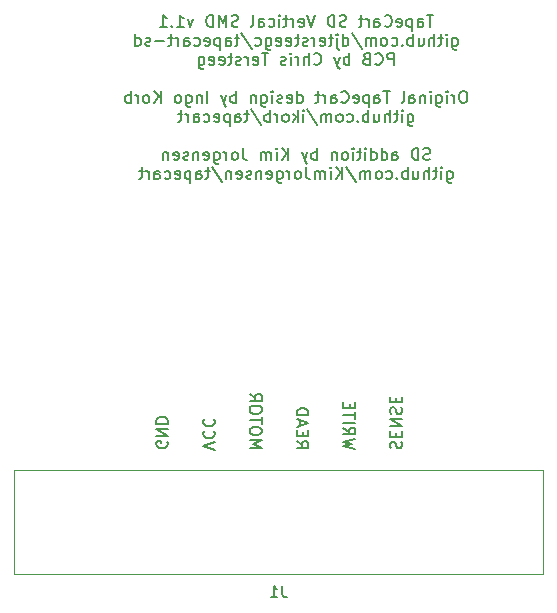
<source format=gbr>
%TF.GenerationSoftware,KiCad,Pcbnew,7.0.8*%
%TF.CreationDate,2023-11-03T15:22:21-05:00*%
%TF.ProjectId,tapecart-sd-vertical,74617065-6361-4727-942d-73642d766572,rev?*%
%TF.SameCoordinates,Original*%
%TF.FileFunction,Legend,Bot*%
%TF.FilePolarity,Positive*%
%FSLAX46Y46*%
G04 Gerber Fmt 4.6, Leading zero omitted, Abs format (unit mm)*
G04 Created by KiCad (PCBNEW 7.0.8) date 2023-11-03 15:22:21*
%MOMM*%
%LPD*%
G01*
G04 APERTURE LIST*
%ADD10C,0.150000*%
%ADD11C,0.120000*%
G04 APERTURE END LIST*
D10*
X170115048Y-85089819D02*
X169543620Y-85089819D01*
X169829334Y-86089819D02*
X169829334Y-85089819D01*
X168781715Y-86089819D02*
X168781715Y-85566009D01*
X168781715Y-85566009D02*
X168829334Y-85470771D01*
X168829334Y-85470771D02*
X168924572Y-85423152D01*
X168924572Y-85423152D02*
X169115048Y-85423152D01*
X169115048Y-85423152D02*
X169210286Y-85470771D01*
X168781715Y-86042200D02*
X168876953Y-86089819D01*
X168876953Y-86089819D02*
X169115048Y-86089819D01*
X169115048Y-86089819D02*
X169210286Y-86042200D01*
X169210286Y-86042200D02*
X169257905Y-85946961D01*
X169257905Y-85946961D02*
X169257905Y-85851723D01*
X169257905Y-85851723D02*
X169210286Y-85756485D01*
X169210286Y-85756485D02*
X169115048Y-85708866D01*
X169115048Y-85708866D02*
X168876953Y-85708866D01*
X168876953Y-85708866D02*
X168781715Y-85661247D01*
X168305524Y-85423152D02*
X168305524Y-86423152D01*
X168305524Y-85470771D02*
X168210286Y-85423152D01*
X168210286Y-85423152D02*
X168019810Y-85423152D01*
X168019810Y-85423152D02*
X167924572Y-85470771D01*
X167924572Y-85470771D02*
X167876953Y-85518390D01*
X167876953Y-85518390D02*
X167829334Y-85613628D01*
X167829334Y-85613628D02*
X167829334Y-85899342D01*
X167829334Y-85899342D02*
X167876953Y-85994580D01*
X167876953Y-85994580D02*
X167924572Y-86042200D01*
X167924572Y-86042200D02*
X168019810Y-86089819D01*
X168019810Y-86089819D02*
X168210286Y-86089819D01*
X168210286Y-86089819D02*
X168305524Y-86042200D01*
X167019810Y-86042200D02*
X167115048Y-86089819D01*
X167115048Y-86089819D02*
X167305524Y-86089819D01*
X167305524Y-86089819D02*
X167400762Y-86042200D01*
X167400762Y-86042200D02*
X167448381Y-85946961D01*
X167448381Y-85946961D02*
X167448381Y-85566009D01*
X167448381Y-85566009D02*
X167400762Y-85470771D01*
X167400762Y-85470771D02*
X167305524Y-85423152D01*
X167305524Y-85423152D02*
X167115048Y-85423152D01*
X167115048Y-85423152D02*
X167019810Y-85470771D01*
X167019810Y-85470771D02*
X166972191Y-85566009D01*
X166972191Y-85566009D02*
X166972191Y-85661247D01*
X166972191Y-85661247D02*
X167448381Y-85756485D01*
X165972191Y-85994580D02*
X166019810Y-86042200D01*
X166019810Y-86042200D02*
X166162667Y-86089819D01*
X166162667Y-86089819D02*
X166257905Y-86089819D01*
X166257905Y-86089819D02*
X166400762Y-86042200D01*
X166400762Y-86042200D02*
X166496000Y-85946961D01*
X166496000Y-85946961D02*
X166543619Y-85851723D01*
X166543619Y-85851723D02*
X166591238Y-85661247D01*
X166591238Y-85661247D02*
X166591238Y-85518390D01*
X166591238Y-85518390D02*
X166543619Y-85327914D01*
X166543619Y-85327914D02*
X166496000Y-85232676D01*
X166496000Y-85232676D02*
X166400762Y-85137438D01*
X166400762Y-85137438D02*
X166257905Y-85089819D01*
X166257905Y-85089819D02*
X166162667Y-85089819D01*
X166162667Y-85089819D02*
X166019810Y-85137438D01*
X166019810Y-85137438D02*
X165972191Y-85185057D01*
X165115048Y-86089819D02*
X165115048Y-85566009D01*
X165115048Y-85566009D02*
X165162667Y-85470771D01*
X165162667Y-85470771D02*
X165257905Y-85423152D01*
X165257905Y-85423152D02*
X165448381Y-85423152D01*
X165448381Y-85423152D02*
X165543619Y-85470771D01*
X165115048Y-86042200D02*
X165210286Y-86089819D01*
X165210286Y-86089819D02*
X165448381Y-86089819D01*
X165448381Y-86089819D02*
X165543619Y-86042200D01*
X165543619Y-86042200D02*
X165591238Y-85946961D01*
X165591238Y-85946961D02*
X165591238Y-85851723D01*
X165591238Y-85851723D02*
X165543619Y-85756485D01*
X165543619Y-85756485D02*
X165448381Y-85708866D01*
X165448381Y-85708866D02*
X165210286Y-85708866D01*
X165210286Y-85708866D02*
X165115048Y-85661247D01*
X164638857Y-86089819D02*
X164638857Y-85423152D01*
X164638857Y-85613628D02*
X164591238Y-85518390D01*
X164591238Y-85518390D02*
X164543619Y-85470771D01*
X164543619Y-85470771D02*
X164448381Y-85423152D01*
X164448381Y-85423152D02*
X164353143Y-85423152D01*
X164162666Y-85423152D02*
X163781714Y-85423152D01*
X164019809Y-85089819D02*
X164019809Y-85946961D01*
X164019809Y-85946961D02*
X163972190Y-86042200D01*
X163972190Y-86042200D02*
X163876952Y-86089819D01*
X163876952Y-86089819D02*
X163781714Y-86089819D01*
X162734094Y-86042200D02*
X162591237Y-86089819D01*
X162591237Y-86089819D02*
X162353142Y-86089819D01*
X162353142Y-86089819D02*
X162257904Y-86042200D01*
X162257904Y-86042200D02*
X162210285Y-85994580D01*
X162210285Y-85994580D02*
X162162666Y-85899342D01*
X162162666Y-85899342D02*
X162162666Y-85804104D01*
X162162666Y-85804104D02*
X162210285Y-85708866D01*
X162210285Y-85708866D02*
X162257904Y-85661247D01*
X162257904Y-85661247D02*
X162353142Y-85613628D01*
X162353142Y-85613628D02*
X162543618Y-85566009D01*
X162543618Y-85566009D02*
X162638856Y-85518390D01*
X162638856Y-85518390D02*
X162686475Y-85470771D01*
X162686475Y-85470771D02*
X162734094Y-85375533D01*
X162734094Y-85375533D02*
X162734094Y-85280295D01*
X162734094Y-85280295D02*
X162686475Y-85185057D01*
X162686475Y-85185057D02*
X162638856Y-85137438D01*
X162638856Y-85137438D02*
X162543618Y-85089819D01*
X162543618Y-85089819D02*
X162305523Y-85089819D01*
X162305523Y-85089819D02*
X162162666Y-85137438D01*
X161734094Y-86089819D02*
X161734094Y-85089819D01*
X161734094Y-85089819D02*
X161495999Y-85089819D01*
X161495999Y-85089819D02*
X161353142Y-85137438D01*
X161353142Y-85137438D02*
X161257904Y-85232676D01*
X161257904Y-85232676D02*
X161210285Y-85327914D01*
X161210285Y-85327914D02*
X161162666Y-85518390D01*
X161162666Y-85518390D02*
X161162666Y-85661247D01*
X161162666Y-85661247D02*
X161210285Y-85851723D01*
X161210285Y-85851723D02*
X161257904Y-85946961D01*
X161257904Y-85946961D02*
X161353142Y-86042200D01*
X161353142Y-86042200D02*
X161495999Y-86089819D01*
X161495999Y-86089819D02*
X161734094Y-86089819D01*
X160115046Y-85089819D02*
X159781713Y-86089819D01*
X159781713Y-86089819D02*
X159448380Y-85089819D01*
X158734094Y-86042200D02*
X158829332Y-86089819D01*
X158829332Y-86089819D02*
X159019808Y-86089819D01*
X159019808Y-86089819D02*
X159115046Y-86042200D01*
X159115046Y-86042200D02*
X159162665Y-85946961D01*
X159162665Y-85946961D02*
X159162665Y-85566009D01*
X159162665Y-85566009D02*
X159115046Y-85470771D01*
X159115046Y-85470771D02*
X159019808Y-85423152D01*
X159019808Y-85423152D02*
X158829332Y-85423152D01*
X158829332Y-85423152D02*
X158734094Y-85470771D01*
X158734094Y-85470771D02*
X158686475Y-85566009D01*
X158686475Y-85566009D02*
X158686475Y-85661247D01*
X158686475Y-85661247D02*
X159162665Y-85756485D01*
X158257903Y-86089819D02*
X158257903Y-85423152D01*
X158257903Y-85613628D02*
X158210284Y-85518390D01*
X158210284Y-85518390D02*
X158162665Y-85470771D01*
X158162665Y-85470771D02*
X158067427Y-85423152D01*
X158067427Y-85423152D02*
X157972189Y-85423152D01*
X157781712Y-85423152D02*
X157400760Y-85423152D01*
X157638855Y-85089819D02*
X157638855Y-85946961D01*
X157638855Y-85946961D02*
X157591236Y-86042200D01*
X157591236Y-86042200D02*
X157495998Y-86089819D01*
X157495998Y-86089819D02*
X157400760Y-86089819D01*
X157067426Y-86089819D02*
X157067426Y-85423152D01*
X157067426Y-85089819D02*
X157115045Y-85137438D01*
X157115045Y-85137438D02*
X157067426Y-85185057D01*
X157067426Y-85185057D02*
X157019807Y-85137438D01*
X157019807Y-85137438D02*
X157067426Y-85089819D01*
X157067426Y-85089819D02*
X157067426Y-85185057D01*
X156162665Y-86042200D02*
X156257903Y-86089819D01*
X156257903Y-86089819D02*
X156448379Y-86089819D01*
X156448379Y-86089819D02*
X156543617Y-86042200D01*
X156543617Y-86042200D02*
X156591236Y-85994580D01*
X156591236Y-85994580D02*
X156638855Y-85899342D01*
X156638855Y-85899342D02*
X156638855Y-85613628D01*
X156638855Y-85613628D02*
X156591236Y-85518390D01*
X156591236Y-85518390D02*
X156543617Y-85470771D01*
X156543617Y-85470771D02*
X156448379Y-85423152D01*
X156448379Y-85423152D02*
X156257903Y-85423152D01*
X156257903Y-85423152D02*
X156162665Y-85470771D01*
X155305522Y-86089819D02*
X155305522Y-85566009D01*
X155305522Y-85566009D02*
X155353141Y-85470771D01*
X155353141Y-85470771D02*
X155448379Y-85423152D01*
X155448379Y-85423152D02*
X155638855Y-85423152D01*
X155638855Y-85423152D02*
X155734093Y-85470771D01*
X155305522Y-86042200D02*
X155400760Y-86089819D01*
X155400760Y-86089819D02*
X155638855Y-86089819D01*
X155638855Y-86089819D02*
X155734093Y-86042200D01*
X155734093Y-86042200D02*
X155781712Y-85946961D01*
X155781712Y-85946961D02*
X155781712Y-85851723D01*
X155781712Y-85851723D02*
X155734093Y-85756485D01*
X155734093Y-85756485D02*
X155638855Y-85708866D01*
X155638855Y-85708866D02*
X155400760Y-85708866D01*
X155400760Y-85708866D02*
X155305522Y-85661247D01*
X154686474Y-86089819D02*
X154781712Y-86042200D01*
X154781712Y-86042200D02*
X154829331Y-85946961D01*
X154829331Y-85946961D02*
X154829331Y-85089819D01*
X153591235Y-86042200D02*
X153448378Y-86089819D01*
X153448378Y-86089819D02*
X153210283Y-86089819D01*
X153210283Y-86089819D02*
X153115045Y-86042200D01*
X153115045Y-86042200D02*
X153067426Y-85994580D01*
X153067426Y-85994580D02*
X153019807Y-85899342D01*
X153019807Y-85899342D02*
X153019807Y-85804104D01*
X153019807Y-85804104D02*
X153067426Y-85708866D01*
X153067426Y-85708866D02*
X153115045Y-85661247D01*
X153115045Y-85661247D02*
X153210283Y-85613628D01*
X153210283Y-85613628D02*
X153400759Y-85566009D01*
X153400759Y-85566009D02*
X153495997Y-85518390D01*
X153495997Y-85518390D02*
X153543616Y-85470771D01*
X153543616Y-85470771D02*
X153591235Y-85375533D01*
X153591235Y-85375533D02*
X153591235Y-85280295D01*
X153591235Y-85280295D02*
X153543616Y-85185057D01*
X153543616Y-85185057D02*
X153495997Y-85137438D01*
X153495997Y-85137438D02*
X153400759Y-85089819D01*
X153400759Y-85089819D02*
X153162664Y-85089819D01*
X153162664Y-85089819D02*
X153019807Y-85137438D01*
X152591235Y-86089819D02*
X152591235Y-85089819D01*
X152591235Y-85089819D02*
X152257902Y-85804104D01*
X152257902Y-85804104D02*
X151924569Y-85089819D01*
X151924569Y-85089819D02*
X151924569Y-86089819D01*
X151448378Y-86089819D02*
X151448378Y-85089819D01*
X151448378Y-85089819D02*
X151210283Y-85089819D01*
X151210283Y-85089819D02*
X151067426Y-85137438D01*
X151067426Y-85137438D02*
X150972188Y-85232676D01*
X150972188Y-85232676D02*
X150924569Y-85327914D01*
X150924569Y-85327914D02*
X150876950Y-85518390D01*
X150876950Y-85518390D02*
X150876950Y-85661247D01*
X150876950Y-85661247D02*
X150924569Y-85851723D01*
X150924569Y-85851723D02*
X150972188Y-85946961D01*
X150972188Y-85946961D02*
X151067426Y-86042200D01*
X151067426Y-86042200D02*
X151210283Y-86089819D01*
X151210283Y-86089819D02*
X151448378Y-86089819D01*
X149781711Y-85423152D02*
X149543616Y-86089819D01*
X149543616Y-86089819D02*
X149305521Y-85423152D01*
X148400759Y-86089819D02*
X148972187Y-86089819D01*
X148686473Y-86089819D02*
X148686473Y-85089819D01*
X148686473Y-85089819D02*
X148781711Y-85232676D01*
X148781711Y-85232676D02*
X148876949Y-85327914D01*
X148876949Y-85327914D02*
X148972187Y-85375533D01*
X147972187Y-85994580D02*
X147924568Y-86042200D01*
X147924568Y-86042200D02*
X147972187Y-86089819D01*
X147972187Y-86089819D02*
X148019806Y-86042200D01*
X148019806Y-86042200D02*
X147972187Y-85994580D01*
X147972187Y-85994580D02*
X147972187Y-86089819D01*
X146972188Y-86089819D02*
X147543616Y-86089819D01*
X147257902Y-86089819D02*
X147257902Y-85089819D01*
X147257902Y-85089819D02*
X147353140Y-85232676D01*
X147353140Y-85232676D02*
X147448378Y-85327914D01*
X147448378Y-85327914D02*
X147543616Y-85375533D01*
X171710287Y-87033152D02*
X171710287Y-87842676D01*
X171710287Y-87842676D02*
X171757906Y-87937914D01*
X171757906Y-87937914D02*
X171805525Y-87985533D01*
X171805525Y-87985533D02*
X171900763Y-88033152D01*
X171900763Y-88033152D02*
X172043620Y-88033152D01*
X172043620Y-88033152D02*
X172138858Y-87985533D01*
X171710287Y-87652200D02*
X171805525Y-87699819D01*
X171805525Y-87699819D02*
X171996001Y-87699819D01*
X171996001Y-87699819D02*
X172091239Y-87652200D01*
X172091239Y-87652200D02*
X172138858Y-87604580D01*
X172138858Y-87604580D02*
X172186477Y-87509342D01*
X172186477Y-87509342D02*
X172186477Y-87223628D01*
X172186477Y-87223628D02*
X172138858Y-87128390D01*
X172138858Y-87128390D02*
X172091239Y-87080771D01*
X172091239Y-87080771D02*
X171996001Y-87033152D01*
X171996001Y-87033152D02*
X171805525Y-87033152D01*
X171805525Y-87033152D02*
X171710287Y-87080771D01*
X171234096Y-87699819D02*
X171234096Y-87033152D01*
X171234096Y-86699819D02*
X171281715Y-86747438D01*
X171281715Y-86747438D02*
X171234096Y-86795057D01*
X171234096Y-86795057D02*
X171186477Y-86747438D01*
X171186477Y-86747438D02*
X171234096Y-86699819D01*
X171234096Y-86699819D02*
X171234096Y-86795057D01*
X170900763Y-87033152D02*
X170519811Y-87033152D01*
X170757906Y-86699819D02*
X170757906Y-87556961D01*
X170757906Y-87556961D02*
X170710287Y-87652200D01*
X170710287Y-87652200D02*
X170615049Y-87699819D01*
X170615049Y-87699819D02*
X170519811Y-87699819D01*
X170186477Y-87699819D02*
X170186477Y-86699819D01*
X169757906Y-87699819D02*
X169757906Y-87176009D01*
X169757906Y-87176009D02*
X169805525Y-87080771D01*
X169805525Y-87080771D02*
X169900763Y-87033152D01*
X169900763Y-87033152D02*
X170043620Y-87033152D01*
X170043620Y-87033152D02*
X170138858Y-87080771D01*
X170138858Y-87080771D02*
X170186477Y-87128390D01*
X168853144Y-87033152D02*
X168853144Y-87699819D01*
X169281715Y-87033152D02*
X169281715Y-87556961D01*
X169281715Y-87556961D02*
X169234096Y-87652200D01*
X169234096Y-87652200D02*
X169138858Y-87699819D01*
X169138858Y-87699819D02*
X168996001Y-87699819D01*
X168996001Y-87699819D02*
X168900763Y-87652200D01*
X168900763Y-87652200D02*
X168853144Y-87604580D01*
X168376953Y-87699819D02*
X168376953Y-86699819D01*
X168376953Y-87080771D02*
X168281715Y-87033152D01*
X168281715Y-87033152D02*
X168091239Y-87033152D01*
X168091239Y-87033152D02*
X167996001Y-87080771D01*
X167996001Y-87080771D02*
X167948382Y-87128390D01*
X167948382Y-87128390D02*
X167900763Y-87223628D01*
X167900763Y-87223628D02*
X167900763Y-87509342D01*
X167900763Y-87509342D02*
X167948382Y-87604580D01*
X167948382Y-87604580D02*
X167996001Y-87652200D01*
X167996001Y-87652200D02*
X168091239Y-87699819D01*
X168091239Y-87699819D02*
X168281715Y-87699819D01*
X168281715Y-87699819D02*
X168376953Y-87652200D01*
X167472191Y-87604580D02*
X167424572Y-87652200D01*
X167424572Y-87652200D02*
X167472191Y-87699819D01*
X167472191Y-87699819D02*
X167519810Y-87652200D01*
X167519810Y-87652200D02*
X167472191Y-87604580D01*
X167472191Y-87604580D02*
X167472191Y-87699819D01*
X166567430Y-87652200D02*
X166662668Y-87699819D01*
X166662668Y-87699819D02*
X166853144Y-87699819D01*
X166853144Y-87699819D02*
X166948382Y-87652200D01*
X166948382Y-87652200D02*
X166996001Y-87604580D01*
X166996001Y-87604580D02*
X167043620Y-87509342D01*
X167043620Y-87509342D02*
X167043620Y-87223628D01*
X167043620Y-87223628D02*
X166996001Y-87128390D01*
X166996001Y-87128390D02*
X166948382Y-87080771D01*
X166948382Y-87080771D02*
X166853144Y-87033152D01*
X166853144Y-87033152D02*
X166662668Y-87033152D01*
X166662668Y-87033152D02*
X166567430Y-87080771D01*
X165996001Y-87699819D02*
X166091239Y-87652200D01*
X166091239Y-87652200D02*
X166138858Y-87604580D01*
X166138858Y-87604580D02*
X166186477Y-87509342D01*
X166186477Y-87509342D02*
X166186477Y-87223628D01*
X166186477Y-87223628D02*
X166138858Y-87128390D01*
X166138858Y-87128390D02*
X166091239Y-87080771D01*
X166091239Y-87080771D02*
X165996001Y-87033152D01*
X165996001Y-87033152D02*
X165853144Y-87033152D01*
X165853144Y-87033152D02*
X165757906Y-87080771D01*
X165757906Y-87080771D02*
X165710287Y-87128390D01*
X165710287Y-87128390D02*
X165662668Y-87223628D01*
X165662668Y-87223628D02*
X165662668Y-87509342D01*
X165662668Y-87509342D02*
X165710287Y-87604580D01*
X165710287Y-87604580D02*
X165757906Y-87652200D01*
X165757906Y-87652200D02*
X165853144Y-87699819D01*
X165853144Y-87699819D02*
X165996001Y-87699819D01*
X165234096Y-87699819D02*
X165234096Y-87033152D01*
X165234096Y-87128390D02*
X165186477Y-87080771D01*
X165186477Y-87080771D02*
X165091239Y-87033152D01*
X165091239Y-87033152D02*
X164948382Y-87033152D01*
X164948382Y-87033152D02*
X164853144Y-87080771D01*
X164853144Y-87080771D02*
X164805525Y-87176009D01*
X164805525Y-87176009D02*
X164805525Y-87699819D01*
X164805525Y-87176009D02*
X164757906Y-87080771D01*
X164757906Y-87080771D02*
X164662668Y-87033152D01*
X164662668Y-87033152D02*
X164519811Y-87033152D01*
X164519811Y-87033152D02*
X164424572Y-87080771D01*
X164424572Y-87080771D02*
X164376953Y-87176009D01*
X164376953Y-87176009D02*
X164376953Y-87699819D01*
X163186478Y-86652200D02*
X164043620Y-87937914D01*
X162424573Y-87699819D02*
X162424573Y-86699819D01*
X162424573Y-87652200D02*
X162519811Y-87699819D01*
X162519811Y-87699819D02*
X162710287Y-87699819D01*
X162710287Y-87699819D02*
X162805525Y-87652200D01*
X162805525Y-87652200D02*
X162853144Y-87604580D01*
X162853144Y-87604580D02*
X162900763Y-87509342D01*
X162900763Y-87509342D02*
X162900763Y-87223628D01*
X162900763Y-87223628D02*
X162853144Y-87128390D01*
X162853144Y-87128390D02*
X162805525Y-87080771D01*
X162805525Y-87080771D02*
X162710287Y-87033152D01*
X162710287Y-87033152D02*
X162519811Y-87033152D01*
X162519811Y-87033152D02*
X162424573Y-87080771D01*
X161948382Y-87033152D02*
X161948382Y-87890295D01*
X161948382Y-87890295D02*
X161996001Y-87985533D01*
X161996001Y-87985533D02*
X162091239Y-88033152D01*
X162091239Y-88033152D02*
X162138858Y-88033152D01*
X161948382Y-86699819D02*
X161996001Y-86747438D01*
X161996001Y-86747438D02*
X161948382Y-86795057D01*
X161948382Y-86795057D02*
X161900763Y-86747438D01*
X161900763Y-86747438D02*
X161948382Y-86699819D01*
X161948382Y-86699819D02*
X161948382Y-86795057D01*
X161615049Y-87033152D02*
X161234097Y-87033152D01*
X161472192Y-86699819D02*
X161472192Y-87556961D01*
X161472192Y-87556961D02*
X161424573Y-87652200D01*
X161424573Y-87652200D02*
X161329335Y-87699819D01*
X161329335Y-87699819D02*
X161234097Y-87699819D01*
X160519811Y-87652200D02*
X160615049Y-87699819D01*
X160615049Y-87699819D02*
X160805525Y-87699819D01*
X160805525Y-87699819D02*
X160900763Y-87652200D01*
X160900763Y-87652200D02*
X160948382Y-87556961D01*
X160948382Y-87556961D02*
X160948382Y-87176009D01*
X160948382Y-87176009D02*
X160900763Y-87080771D01*
X160900763Y-87080771D02*
X160805525Y-87033152D01*
X160805525Y-87033152D02*
X160615049Y-87033152D01*
X160615049Y-87033152D02*
X160519811Y-87080771D01*
X160519811Y-87080771D02*
X160472192Y-87176009D01*
X160472192Y-87176009D02*
X160472192Y-87271247D01*
X160472192Y-87271247D02*
X160948382Y-87366485D01*
X160043620Y-87699819D02*
X160043620Y-87033152D01*
X160043620Y-87223628D02*
X159996001Y-87128390D01*
X159996001Y-87128390D02*
X159948382Y-87080771D01*
X159948382Y-87080771D02*
X159853144Y-87033152D01*
X159853144Y-87033152D02*
X159757906Y-87033152D01*
X159472191Y-87652200D02*
X159376953Y-87699819D01*
X159376953Y-87699819D02*
X159186477Y-87699819D01*
X159186477Y-87699819D02*
X159091239Y-87652200D01*
X159091239Y-87652200D02*
X159043620Y-87556961D01*
X159043620Y-87556961D02*
X159043620Y-87509342D01*
X159043620Y-87509342D02*
X159091239Y-87414104D01*
X159091239Y-87414104D02*
X159186477Y-87366485D01*
X159186477Y-87366485D02*
X159329334Y-87366485D01*
X159329334Y-87366485D02*
X159424572Y-87318866D01*
X159424572Y-87318866D02*
X159472191Y-87223628D01*
X159472191Y-87223628D02*
X159472191Y-87176009D01*
X159472191Y-87176009D02*
X159424572Y-87080771D01*
X159424572Y-87080771D02*
X159329334Y-87033152D01*
X159329334Y-87033152D02*
X159186477Y-87033152D01*
X159186477Y-87033152D02*
X159091239Y-87080771D01*
X158757905Y-87033152D02*
X158376953Y-87033152D01*
X158615048Y-86699819D02*
X158615048Y-87556961D01*
X158615048Y-87556961D02*
X158567429Y-87652200D01*
X158567429Y-87652200D02*
X158472191Y-87699819D01*
X158472191Y-87699819D02*
X158376953Y-87699819D01*
X157662667Y-87652200D02*
X157757905Y-87699819D01*
X157757905Y-87699819D02*
X157948381Y-87699819D01*
X157948381Y-87699819D02*
X158043619Y-87652200D01*
X158043619Y-87652200D02*
X158091238Y-87556961D01*
X158091238Y-87556961D02*
X158091238Y-87176009D01*
X158091238Y-87176009D02*
X158043619Y-87080771D01*
X158043619Y-87080771D02*
X157948381Y-87033152D01*
X157948381Y-87033152D02*
X157757905Y-87033152D01*
X157757905Y-87033152D02*
X157662667Y-87080771D01*
X157662667Y-87080771D02*
X157615048Y-87176009D01*
X157615048Y-87176009D02*
X157615048Y-87271247D01*
X157615048Y-87271247D02*
X158091238Y-87366485D01*
X156805524Y-87652200D02*
X156900762Y-87699819D01*
X156900762Y-87699819D02*
X157091238Y-87699819D01*
X157091238Y-87699819D02*
X157186476Y-87652200D01*
X157186476Y-87652200D02*
X157234095Y-87556961D01*
X157234095Y-87556961D02*
X157234095Y-87176009D01*
X157234095Y-87176009D02*
X157186476Y-87080771D01*
X157186476Y-87080771D02*
X157091238Y-87033152D01*
X157091238Y-87033152D02*
X156900762Y-87033152D01*
X156900762Y-87033152D02*
X156805524Y-87080771D01*
X156805524Y-87080771D02*
X156757905Y-87176009D01*
X156757905Y-87176009D02*
X156757905Y-87271247D01*
X156757905Y-87271247D02*
X157234095Y-87366485D01*
X155900762Y-87033152D02*
X155900762Y-87842676D01*
X155900762Y-87842676D02*
X155948381Y-87937914D01*
X155948381Y-87937914D02*
X155996000Y-87985533D01*
X155996000Y-87985533D02*
X156091238Y-88033152D01*
X156091238Y-88033152D02*
X156234095Y-88033152D01*
X156234095Y-88033152D02*
X156329333Y-87985533D01*
X155900762Y-87652200D02*
X155996000Y-87699819D01*
X155996000Y-87699819D02*
X156186476Y-87699819D01*
X156186476Y-87699819D02*
X156281714Y-87652200D01*
X156281714Y-87652200D02*
X156329333Y-87604580D01*
X156329333Y-87604580D02*
X156376952Y-87509342D01*
X156376952Y-87509342D02*
X156376952Y-87223628D01*
X156376952Y-87223628D02*
X156329333Y-87128390D01*
X156329333Y-87128390D02*
X156281714Y-87080771D01*
X156281714Y-87080771D02*
X156186476Y-87033152D01*
X156186476Y-87033152D02*
X155996000Y-87033152D01*
X155996000Y-87033152D02*
X155900762Y-87080771D01*
X154996000Y-87652200D02*
X155091238Y-87699819D01*
X155091238Y-87699819D02*
X155281714Y-87699819D01*
X155281714Y-87699819D02*
X155376952Y-87652200D01*
X155376952Y-87652200D02*
X155424571Y-87604580D01*
X155424571Y-87604580D02*
X155472190Y-87509342D01*
X155472190Y-87509342D02*
X155472190Y-87223628D01*
X155472190Y-87223628D02*
X155424571Y-87128390D01*
X155424571Y-87128390D02*
X155376952Y-87080771D01*
X155376952Y-87080771D02*
X155281714Y-87033152D01*
X155281714Y-87033152D02*
X155091238Y-87033152D01*
X155091238Y-87033152D02*
X154996000Y-87080771D01*
X153853143Y-86652200D02*
X154710285Y-87937914D01*
X153662666Y-87033152D02*
X153281714Y-87033152D01*
X153519809Y-86699819D02*
X153519809Y-87556961D01*
X153519809Y-87556961D02*
X153472190Y-87652200D01*
X153472190Y-87652200D02*
X153376952Y-87699819D01*
X153376952Y-87699819D02*
X153281714Y-87699819D01*
X152519809Y-87699819D02*
X152519809Y-87176009D01*
X152519809Y-87176009D02*
X152567428Y-87080771D01*
X152567428Y-87080771D02*
X152662666Y-87033152D01*
X152662666Y-87033152D02*
X152853142Y-87033152D01*
X152853142Y-87033152D02*
X152948380Y-87080771D01*
X152519809Y-87652200D02*
X152615047Y-87699819D01*
X152615047Y-87699819D02*
X152853142Y-87699819D01*
X152853142Y-87699819D02*
X152948380Y-87652200D01*
X152948380Y-87652200D02*
X152995999Y-87556961D01*
X152995999Y-87556961D02*
X152995999Y-87461723D01*
X152995999Y-87461723D02*
X152948380Y-87366485D01*
X152948380Y-87366485D02*
X152853142Y-87318866D01*
X152853142Y-87318866D02*
X152615047Y-87318866D01*
X152615047Y-87318866D02*
X152519809Y-87271247D01*
X152043618Y-87033152D02*
X152043618Y-88033152D01*
X152043618Y-87080771D02*
X151948380Y-87033152D01*
X151948380Y-87033152D02*
X151757904Y-87033152D01*
X151757904Y-87033152D02*
X151662666Y-87080771D01*
X151662666Y-87080771D02*
X151615047Y-87128390D01*
X151615047Y-87128390D02*
X151567428Y-87223628D01*
X151567428Y-87223628D02*
X151567428Y-87509342D01*
X151567428Y-87509342D02*
X151615047Y-87604580D01*
X151615047Y-87604580D02*
X151662666Y-87652200D01*
X151662666Y-87652200D02*
X151757904Y-87699819D01*
X151757904Y-87699819D02*
X151948380Y-87699819D01*
X151948380Y-87699819D02*
X152043618Y-87652200D01*
X150757904Y-87652200D02*
X150853142Y-87699819D01*
X150853142Y-87699819D02*
X151043618Y-87699819D01*
X151043618Y-87699819D02*
X151138856Y-87652200D01*
X151138856Y-87652200D02*
X151186475Y-87556961D01*
X151186475Y-87556961D02*
X151186475Y-87176009D01*
X151186475Y-87176009D02*
X151138856Y-87080771D01*
X151138856Y-87080771D02*
X151043618Y-87033152D01*
X151043618Y-87033152D02*
X150853142Y-87033152D01*
X150853142Y-87033152D02*
X150757904Y-87080771D01*
X150757904Y-87080771D02*
X150710285Y-87176009D01*
X150710285Y-87176009D02*
X150710285Y-87271247D01*
X150710285Y-87271247D02*
X151186475Y-87366485D01*
X149853142Y-87652200D02*
X149948380Y-87699819D01*
X149948380Y-87699819D02*
X150138856Y-87699819D01*
X150138856Y-87699819D02*
X150234094Y-87652200D01*
X150234094Y-87652200D02*
X150281713Y-87604580D01*
X150281713Y-87604580D02*
X150329332Y-87509342D01*
X150329332Y-87509342D02*
X150329332Y-87223628D01*
X150329332Y-87223628D02*
X150281713Y-87128390D01*
X150281713Y-87128390D02*
X150234094Y-87080771D01*
X150234094Y-87080771D02*
X150138856Y-87033152D01*
X150138856Y-87033152D02*
X149948380Y-87033152D01*
X149948380Y-87033152D02*
X149853142Y-87080771D01*
X148995999Y-87699819D02*
X148995999Y-87176009D01*
X148995999Y-87176009D02*
X149043618Y-87080771D01*
X149043618Y-87080771D02*
X149138856Y-87033152D01*
X149138856Y-87033152D02*
X149329332Y-87033152D01*
X149329332Y-87033152D02*
X149424570Y-87080771D01*
X148995999Y-87652200D02*
X149091237Y-87699819D01*
X149091237Y-87699819D02*
X149329332Y-87699819D01*
X149329332Y-87699819D02*
X149424570Y-87652200D01*
X149424570Y-87652200D02*
X149472189Y-87556961D01*
X149472189Y-87556961D02*
X149472189Y-87461723D01*
X149472189Y-87461723D02*
X149424570Y-87366485D01*
X149424570Y-87366485D02*
X149329332Y-87318866D01*
X149329332Y-87318866D02*
X149091237Y-87318866D01*
X149091237Y-87318866D02*
X148995999Y-87271247D01*
X148519808Y-87699819D02*
X148519808Y-87033152D01*
X148519808Y-87223628D02*
X148472189Y-87128390D01*
X148472189Y-87128390D02*
X148424570Y-87080771D01*
X148424570Y-87080771D02*
X148329332Y-87033152D01*
X148329332Y-87033152D02*
X148234094Y-87033152D01*
X148043617Y-87033152D02*
X147662665Y-87033152D01*
X147900760Y-86699819D02*
X147900760Y-87556961D01*
X147900760Y-87556961D02*
X147853141Y-87652200D01*
X147853141Y-87652200D02*
X147757903Y-87699819D01*
X147757903Y-87699819D02*
X147662665Y-87699819D01*
X147329331Y-87318866D02*
X146567427Y-87318866D01*
X146138855Y-87652200D02*
X146043617Y-87699819D01*
X146043617Y-87699819D02*
X145853141Y-87699819D01*
X145853141Y-87699819D02*
X145757903Y-87652200D01*
X145757903Y-87652200D02*
X145710284Y-87556961D01*
X145710284Y-87556961D02*
X145710284Y-87509342D01*
X145710284Y-87509342D02*
X145757903Y-87414104D01*
X145757903Y-87414104D02*
X145853141Y-87366485D01*
X145853141Y-87366485D02*
X145995998Y-87366485D01*
X145995998Y-87366485D02*
X146091236Y-87318866D01*
X146091236Y-87318866D02*
X146138855Y-87223628D01*
X146138855Y-87223628D02*
X146138855Y-87176009D01*
X146138855Y-87176009D02*
X146091236Y-87080771D01*
X146091236Y-87080771D02*
X145995998Y-87033152D01*
X145995998Y-87033152D02*
X145853141Y-87033152D01*
X145853141Y-87033152D02*
X145757903Y-87080771D01*
X144853141Y-87699819D02*
X144853141Y-86699819D01*
X144853141Y-87652200D02*
X144948379Y-87699819D01*
X144948379Y-87699819D02*
X145138855Y-87699819D01*
X145138855Y-87699819D02*
X145234093Y-87652200D01*
X145234093Y-87652200D02*
X145281712Y-87604580D01*
X145281712Y-87604580D02*
X145329331Y-87509342D01*
X145329331Y-87509342D02*
X145329331Y-87223628D01*
X145329331Y-87223628D02*
X145281712Y-87128390D01*
X145281712Y-87128390D02*
X145234093Y-87080771D01*
X145234093Y-87080771D02*
X145138855Y-87033152D01*
X145138855Y-87033152D02*
X144948379Y-87033152D01*
X144948379Y-87033152D02*
X144853141Y-87080771D01*
X166757905Y-89309819D02*
X166757905Y-88309819D01*
X166757905Y-88309819D02*
X166376953Y-88309819D01*
X166376953Y-88309819D02*
X166281715Y-88357438D01*
X166281715Y-88357438D02*
X166234096Y-88405057D01*
X166234096Y-88405057D02*
X166186477Y-88500295D01*
X166186477Y-88500295D02*
X166186477Y-88643152D01*
X166186477Y-88643152D02*
X166234096Y-88738390D01*
X166234096Y-88738390D02*
X166281715Y-88786009D01*
X166281715Y-88786009D02*
X166376953Y-88833628D01*
X166376953Y-88833628D02*
X166757905Y-88833628D01*
X165186477Y-89214580D02*
X165234096Y-89262200D01*
X165234096Y-89262200D02*
X165376953Y-89309819D01*
X165376953Y-89309819D02*
X165472191Y-89309819D01*
X165472191Y-89309819D02*
X165615048Y-89262200D01*
X165615048Y-89262200D02*
X165710286Y-89166961D01*
X165710286Y-89166961D02*
X165757905Y-89071723D01*
X165757905Y-89071723D02*
X165805524Y-88881247D01*
X165805524Y-88881247D02*
X165805524Y-88738390D01*
X165805524Y-88738390D02*
X165757905Y-88547914D01*
X165757905Y-88547914D02*
X165710286Y-88452676D01*
X165710286Y-88452676D02*
X165615048Y-88357438D01*
X165615048Y-88357438D02*
X165472191Y-88309819D01*
X165472191Y-88309819D02*
X165376953Y-88309819D01*
X165376953Y-88309819D02*
X165234096Y-88357438D01*
X165234096Y-88357438D02*
X165186477Y-88405057D01*
X164424572Y-88786009D02*
X164281715Y-88833628D01*
X164281715Y-88833628D02*
X164234096Y-88881247D01*
X164234096Y-88881247D02*
X164186477Y-88976485D01*
X164186477Y-88976485D02*
X164186477Y-89119342D01*
X164186477Y-89119342D02*
X164234096Y-89214580D01*
X164234096Y-89214580D02*
X164281715Y-89262200D01*
X164281715Y-89262200D02*
X164376953Y-89309819D01*
X164376953Y-89309819D02*
X164757905Y-89309819D01*
X164757905Y-89309819D02*
X164757905Y-88309819D01*
X164757905Y-88309819D02*
X164424572Y-88309819D01*
X164424572Y-88309819D02*
X164329334Y-88357438D01*
X164329334Y-88357438D02*
X164281715Y-88405057D01*
X164281715Y-88405057D02*
X164234096Y-88500295D01*
X164234096Y-88500295D02*
X164234096Y-88595533D01*
X164234096Y-88595533D02*
X164281715Y-88690771D01*
X164281715Y-88690771D02*
X164329334Y-88738390D01*
X164329334Y-88738390D02*
X164424572Y-88786009D01*
X164424572Y-88786009D02*
X164757905Y-88786009D01*
X162996000Y-89309819D02*
X162996000Y-88309819D01*
X162996000Y-88690771D02*
X162900762Y-88643152D01*
X162900762Y-88643152D02*
X162710286Y-88643152D01*
X162710286Y-88643152D02*
X162615048Y-88690771D01*
X162615048Y-88690771D02*
X162567429Y-88738390D01*
X162567429Y-88738390D02*
X162519810Y-88833628D01*
X162519810Y-88833628D02*
X162519810Y-89119342D01*
X162519810Y-89119342D02*
X162567429Y-89214580D01*
X162567429Y-89214580D02*
X162615048Y-89262200D01*
X162615048Y-89262200D02*
X162710286Y-89309819D01*
X162710286Y-89309819D02*
X162900762Y-89309819D01*
X162900762Y-89309819D02*
X162996000Y-89262200D01*
X162186476Y-88643152D02*
X161948381Y-89309819D01*
X161710286Y-88643152D02*
X161948381Y-89309819D01*
X161948381Y-89309819D02*
X162043619Y-89547914D01*
X162043619Y-89547914D02*
X162091238Y-89595533D01*
X162091238Y-89595533D02*
X162186476Y-89643152D01*
X159996000Y-89214580D02*
X160043619Y-89262200D01*
X160043619Y-89262200D02*
X160186476Y-89309819D01*
X160186476Y-89309819D02*
X160281714Y-89309819D01*
X160281714Y-89309819D02*
X160424571Y-89262200D01*
X160424571Y-89262200D02*
X160519809Y-89166961D01*
X160519809Y-89166961D02*
X160567428Y-89071723D01*
X160567428Y-89071723D02*
X160615047Y-88881247D01*
X160615047Y-88881247D02*
X160615047Y-88738390D01*
X160615047Y-88738390D02*
X160567428Y-88547914D01*
X160567428Y-88547914D02*
X160519809Y-88452676D01*
X160519809Y-88452676D02*
X160424571Y-88357438D01*
X160424571Y-88357438D02*
X160281714Y-88309819D01*
X160281714Y-88309819D02*
X160186476Y-88309819D01*
X160186476Y-88309819D02*
X160043619Y-88357438D01*
X160043619Y-88357438D02*
X159996000Y-88405057D01*
X159567428Y-89309819D02*
X159567428Y-88309819D01*
X159138857Y-89309819D02*
X159138857Y-88786009D01*
X159138857Y-88786009D02*
X159186476Y-88690771D01*
X159186476Y-88690771D02*
X159281714Y-88643152D01*
X159281714Y-88643152D02*
X159424571Y-88643152D01*
X159424571Y-88643152D02*
X159519809Y-88690771D01*
X159519809Y-88690771D02*
X159567428Y-88738390D01*
X158662666Y-89309819D02*
X158662666Y-88643152D01*
X158662666Y-88833628D02*
X158615047Y-88738390D01*
X158615047Y-88738390D02*
X158567428Y-88690771D01*
X158567428Y-88690771D02*
X158472190Y-88643152D01*
X158472190Y-88643152D02*
X158376952Y-88643152D01*
X158043618Y-89309819D02*
X158043618Y-88643152D01*
X158043618Y-88309819D02*
X158091237Y-88357438D01*
X158091237Y-88357438D02*
X158043618Y-88405057D01*
X158043618Y-88405057D02*
X157995999Y-88357438D01*
X157995999Y-88357438D02*
X158043618Y-88309819D01*
X158043618Y-88309819D02*
X158043618Y-88405057D01*
X157615047Y-89262200D02*
X157519809Y-89309819D01*
X157519809Y-89309819D02*
X157329333Y-89309819D01*
X157329333Y-89309819D02*
X157234095Y-89262200D01*
X157234095Y-89262200D02*
X157186476Y-89166961D01*
X157186476Y-89166961D02*
X157186476Y-89119342D01*
X157186476Y-89119342D02*
X157234095Y-89024104D01*
X157234095Y-89024104D02*
X157329333Y-88976485D01*
X157329333Y-88976485D02*
X157472190Y-88976485D01*
X157472190Y-88976485D02*
X157567428Y-88928866D01*
X157567428Y-88928866D02*
X157615047Y-88833628D01*
X157615047Y-88833628D02*
X157615047Y-88786009D01*
X157615047Y-88786009D02*
X157567428Y-88690771D01*
X157567428Y-88690771D02*
X157472190Y-88643152D01*
X157472190Y-88643152D02*
X157329333Y-88643152D01*
X157329333Y-88643152D02*
X157234095Y-88690771D01*
X156138856Y-88309819D02*
X155567428Y-88309819D01*
X155853142Y-89309819D02*
X155853142Y-88309819D01*
X154853142Y-89262200D02*
X154948380Y-89309819D01*
X154948380Y-89309819D02*
X155138856Y-89309819D01*
X155138856Y-89309819D02*
X155234094Y-89262200D01*
X155234094Y-89262200D02*
X155281713Y-89166961D01*
X155281713Y-89166961D02*
X155281713Y-88786009D01*
X155281713Y-88786009D02*
X155234094Y-88690771D01*
X155234094Y-88690771D02*
X155138856Y-88643152D01*
X155138856Y-88643152D02*
X154948380Y-88643152D01*
X154948380Y-88643152D02*
X154853142Y-88690771D01*
X154853142Y-88690771D02*
X154805523Y-88786009D01*
X154805523Y-88786009D02*
X154805523Y-88881247D01*
X154805523Y-88881247D02*
X155281713Y-88976485D01*
X154376951Y-89309819D02*
X154376951Y-88643152D01*
X154376951Y-88833628D02*
X154329332Y-88738390D01*
X154329332Y-88738390D02*
X154281713Y-88690771D01*
X154281713Y-88690771D02*
X154186475Y-88643152D01*
X154186475Y-88643152D02*
X154091237Y-88643152D01*
X153805522Y-89262200D02*
X153710284Y-89309819D01*
X153710284Y-89309819D02*
X153519808Y-89309819D01*
X153519808Y-89309819D02*
X153424570Y-89262200D01*
X153424570Y-89262200D02*
X153376951Y-89166961D01*
X153376951Y-89166961D02*
X153376951Y-89119342D01*
X153376951Y-89119342D02*
X153424570Y-89024104D01*
X153424570Y-89024104D02*
X153519808Y-88976485D01*
X153519808Y-88976485D02*
X153662665Y-88976485D01*
X153662665Y-88976485D02*
X153757903Y-88928866D01*
X153757903Y-88928866D02*
X153805522Y-88833628D01*
X153805522Y-88833628D02*
X153805522Y-88786009D01*
X153805522Y-88786009D02*
X153757903Y-88690771D01*
X153757903Y-88690771D02*
X153662665Y-88643152D01*
X153662665Y-88643152D02*
X153519808Y-88643152D01*
X153519808Y-88643152D02*
X153424570Y-88690771D01*
X153091236Y-88643152D02*
X152710284Y-88643152D01*
X152948379Y-88309819D02*
X152948379Y-89166961D01*
X152948379Y-89166961D02*
X152900760Y-89262200D01*
X152900760Y-89262200D02*
X152805522Y-89309819D01*
X152805522Y-89309819D02*
X152710284Y-89309819D01*
X151995998Y-89262200D02*
X152091236Y-89309819D01*
X152091236Y-89309819D02*
X152281712Y-89309819D01*
X152281712Y-89309819D02*
X152376950Y-89262200D01*
X152376950Y-89262200D02*
X152424569Y-89166961D01*
X152424569Y-89166961D02*
X152424569Y-88786009D01*
X152424569Y-88786009D02*
X152376950Y-88690771D01*
X152376950Y-88690771D02*
X152281712Y-88643152D01*
X152281712Y-88643152D02*
X152091236Y-88643152D01*
X152091236Y-88643152D02*
X151995998Y-88690771D01*
X151995998Y-88690771D02*
X151948379Y-88786009D01*
X151948379Y-88786009D02*
X151948379Y-88881247D01*
X151948379Y-88881247D02*
X152424569Y-88976485D01*
X151138855Y-89262200D02*
X151234093Y-89309819D01*
X151234093Y-89309819D02*
X151424569Y-89309819D01*
X151424569Y-89309819D02*
X151519807Y-89262200D01*
X151519807Y-89262200D02*
X151567426Y-89166961D01*
X151567426Y-89166961D02*
X151567426Y-88786009D01*
X151567426Y-88786009D02*
X151519807Y-88690771D01*
X151519807Y-88690771D02*
X151424569Y-88643152D01*
X151424569Y-88643152D02*
X151234093Y-88643152D01*
X151234093Y-88643152D02*
X151138855Y-88690771D01*
X151138855Y-88690771D02*
X151091236Y-88786009D01*
X151091236Y-88786009D02*
X151091236Y-88881247D01*
X151091236Y-88881247D02*
X151567426Y-88976485D01*
X150234093Y-88643152D02*
X150234093Y-89452676D01*
X150234093Y-89452676D02*
X150281712Y-89547914D01*
X150281712Y-89547914D02*
X150329331Y-89595533D01*
X150329331Y-89595533D02*
X150424569Y-89643152D01*
X150424569Y-89643152D02*
X150567426Y-89643152D01*
X150567426Y-89643152D02*
X150662664Y-89595533D01*
X150234093Y-89262200D02*
X150329331Y-89309819D01*
X150329331Y-89309819D02*
X150519807Y-89309819D01*
X150519807Y-89309819D02*
X150615045Y-89262200D01*
X150615045Y-89262200D02*
X150662664Y-89214580D01*
X150662664Y-89214580D02*
X150710283Y-89119342D01*
X150710283Y-89119342D02*
X150710283Y-88833628D01*
X150710283Y-88833628D02*
X150662664Y-88738390D01*
X150662664Y-88738390D02*
X150615045Y-88690771D01*
X150615045Y-88690771D02*
X150519807Y-88643152D01*
X150519807Y-88643152D02*
X150329331Y-88643152D01*
X150329331Y-88643152D02*
X150234093Y-88690771D01*
X172734096Y-91529819D02*
X172543620Y-91529819D01*
X172543620Y-91529819D02*
X172448382Y-91577438D01*
X172448382Y-91577438D02*
X172353144Y-91672676D01*
X172353144Y-91672676D02*
X172305525Y-91863152D01*
X172305525Y-91863152D02*
X172305525Y-92196485D01*
X172305525Y-92196485D02*
X172353144Y-92386961D01*
X172353144Y-92386961D02*
X172448382Y-92482200D01*
X172448382Y-92482200D02*
X172543620Y-92529819D01*
X172543620Y-92529819D02*
X172734096Y-92529819D01*
X172734096Y-92529819D02*
X172829334Y-92482200D01*
X172829334Y-92482200D02*
X172924572Y-92386961D01*
X172924572Y-92386961D02*
X172972191Y-92196485D01*
X172972191Y-92196485D02*
X172972191Y-91863152D01*
X172972191Y-91863152D02*
X172924572Y-91672676D01*
X172924572Y-91672676D02*
X172829334Y-91577438D01*
X172829334Y-91577438D02*
X172734096Y-91529819D01*
X171876953Y-92529819D02*
X171876953Y-91863152D01*
X171876953Y-92053628D02*
X171829334Y-91958390D01*
X171829334Y-91958390D02*
X171781715Y-91910771D01*
X171781715Y-91910771D02*
X171686477Y-91863152D01*
X171686477Y-91863152D02*
X171591239Y-91863152D01*
X171257905Y-92529819D02*
X171257905Y-91863152D01*
X171257905Y-91529819D02*
X171305524Y-91577438D01*
X171305524Y-91577438D02*
X171257905Y-91625057D01*
X171257905Y-91625057D02*
X171210286Y-91577438D01*
X171210286Y-91577438D02*
X171257905Y-91529819D01*
X171257905Y-91529819D02*
X171257905Y-91625057D01*
X170353144Y-91863152D02*
X170353144Y-92672676D01*
X170353144Y-92672676D02*
X170400763Y-92767914D01*
X170400763Y-92767914D02*
X170448382Y-92815533D01*
X170448382Y-92815533D02*
X170543620Y-92863152D01*
X170543620Y-92863152D02*
X170686477Y-92863152D01*
X170686477Y-92863152D02*
X170781715Y-92815533D01*
X170353144Y-92482200D02*
X170448382Y-92529819D01*
X170448382Y-92529819D02*
X170638858Y-92529819D01*
X170638858Y-92529819D02*
X170734096Y-92482200D01*
X170734096Y-92482200D02*
X170781715Y-92434580D01*
X170781715Y-92434580D02*
X170829334Y-92339342D01*
X170829334Y-92339342D02*
X170829334Y-92053628D01*
X170829334Y-92053628D02*
X170781715Y-91958390D01*
X170781715Y-91958390D02*
X170734096Y-91910771D01*
X170734096Y-91910771D02*
X170638858Y-91863152D01*
X170638858Y-91863152D02*
X170448382Y-91863152D01*
X170448382Y-91863152D02*
X170353144Y-91910771D01*
X169876953Y-92529819D02*
X169876953Y-91863152D01*
X169876953Y-91529819D02*
X169924572Y-91577438D01*
X169924572Y-91577438D02*
X169876953Y-91625057D01*
X169876953Y-91625057D02*
X169829334Y-91577438D01*
X169829334Y-91577438D02*
X169876953Y-91529819D01*
X169876953Y-91529819D02*
X169876953Y-91625057D01*
X169400763Y-91863152D02*
X169400763Y-92529819D01*
X169400763Y-91958390D02*
X169353144Y-91910771D01*
X169353144Y-91910771D02*
X169257906Y-91863152D01*
X169257906Y-91863152D02*
X169115049Y-91863152D01*
X169115049Y-91863152D02*
X169019811Y-91910771D01*
X169019811Y-91910771D02*
X168972192Y-92006009D01*
X168972192Y-92006009D02*
X168972192Y-92529819D01*
X168067430Y-92529819D02*
X168067430Y-92006009D01*
X168067430Y-92006009D02*
X168115049Y-91910771D01*
X168115049Y-91910771D02*
X168210287Y-91863152D01*
X168210287Y-91863152D02*
X168400763Y-91863152D01*
X168400763Y-91863152D02*
X168496001Y-91910771D01*
X168067430Y-92482200D02*
X168162668Y-92529819D01*
X168162668Y-92529819D02*
X168400763Y-92529819D01*
X168400763Y-92529819D02*
X168496001Y-92482200D01*
X168496001Y-92482200D02*
X168543620Y-92386961D01*
X168543620Y-92386961D02*
X168543620Y-92291723D01*
X168543620Y-92291723D02*
X168496001Y-92196485D01*
X168496001Y-92196485D02*
X168400763Y-92148866D01*
X168400763Y-92148866D02*
X168162668Y-92148866D01*
X168162668Y-92148866D02*
X168067430Y-92101247D01*
X167448382Y-92529819D02*
X167543620Y-92482200D01*
X167543620Y-92482200D02*
X167591239Y-92386961D01*
X167591239Y-92386961D02*
X167591239Y-91529819D01*
X166448381Y-91529819D02*
X165876953Y-91529819D01*
X166162667Y-92529819D02*
X166162667Y-91529819D01*
X165115048Y-92529819D02*
X165115048Y-92006009D01*
X165115048Y-92006009D02*
X165162667Y-91910771D01*
X165162667Y-91910771D02*
X165257905Y-91863152D01*
X165257905Y-91863152D02*
X165448381Y-91863152D01*
X165448381Y-91863152D02*
X165543619Y-91910771D01*
X165115048Y-92482200D02*
X165210286Y-92529819D01*
X165210286Y-92529819D02*
X165448381Y-92529819D01*
X165448381Y-92529819D02*
X165543619Y-92482200D01*
X165543619Y-92482200D02*
X165591238Y-92386961D01*
X165591238Y-92386961D02*
X165591238Y-92291723D01*
X165591238Y-92291723D02*
X165543619Y-92196485D01*
X165543619Y-92196485D02*
X165448381Y-92148866D01*
X165448381Y-92148866D02*
X165210286Y-92148866D01*
X165210286Y-92148866D02*
X165115048Y-92101247D01*
X164638857Y-91863152D02*
X164638857Y-92863152D01*
X164638857Y-91910771D02*
X164543619Y-91863152D01*
X164543619Y-91863152D02*
X164353143Y-91863152D01*
X164353143Y-91863152D02*
X164257905Y-91910771D01*
X164257905Y-91910771D02*
X164210286Y-91958390D01*
X164210286Y-91958390D02*
X164162667Y-92053628D01*
X164162667Y-92053628D02*
X164162667Y-92339342D01*
X164162667Y-92339342D02*
X164210286Y-92434580D01*
X164210286Y-92434580D02*
X164257905Y-92482200D01*
X164257905Y-92482200D02*
X164353143Y-92529819D01*
X164353143Y-92529819D02*
X164543619Y-92529819D01*
X164543619Y-92529819D02*
X164638857Y-92482200D01*
X163353143Y-92482200D02*
X163448381Y-92529819D01*
X163448381Y-92529819D02*
X163638857Y-92529819D01*
X163638857Y-92529819D02*
X163734095Y-92482200D01*
X163734095Y-92482200D02*
X163781714Y-92386961D01*
X163781714Y-92386961D02*
X163781714Y-92006009D01*
X163781714Y-92006009D02*
X163734095Y-91910771D01*
X163734095Y-91910771D02*
X163638857Y-91863152D01*
X163638857Y-91863152D02*
X163448381Y-91863152D01*
X163448381Y-91863152D02*
X163353143Y-91910771D01*
X163353143Y-91910771D02*
X163305524Y-92006009D01*
X163305524Y-92006009D02*
X163305524Y-92101247D01*
X163305524Y-92101247D02*
X163781714Y-92196485D01*
X162305524Y-92434580D02*
X162353143Y-92482200D01*
X162353143Y-92482200D02*
X162496000Y-92529819D01*
X162496000Y-92529819D02*
X162591238Y-92529819D01*
X162591238Y-92529819D02*
X162734095Y-92482200D01*
X162734095Y-92482200D02*
X162829333Y-92386961D01*
X162829333Y-92386961D02*
X162876952Y-92291723D01*
X162876952Y-92291723D02*
X162924571Y-92101247D01*
X162924571Y-92101247D02*
X162924571Y-91958390D01*
X162924571Y-91958390D02*
X162876952Y-91767914D01*
X162876952Y-91767914D02*
X162829333Y-91672676D01*
X162829333Y-91672676D02*
X162734095Y-91577438D01*
X162734095Y-91577438D02*
X162591238Y-91529819D01*
X162591238Y-91529819D02*
X162496000Y-91529819D01*
X162496000Y-91529819D02*
X162353143Y-91577438D01*
X162353143Y-91577438D02*
X162305524Y-91625057D01*
X161448381Y-92529819D02*
X161448381Y-92006009D01*
X161448381Y-92006009D02*
X161496000Y-91910771D01*
X161496000Y-91910771D02*
X161591238Y-91863152D01*
X161591238Y-91863152D02*
X161781714Y-91863152D01*
X161781714Y-91863152D02*
X161876952Y-91910771D01*
X161448381Y-92482200D02*
X161543619Y-92529819D01*
X161543619Y-92529819D02*
X161781714Y-92529819D01*
X161781714Y-92529819D02*
X161876952Y-92482200D01*
X161876952Y-92482200D02*
X161924571Y-92386961D01*
X161924571Y-92386961D02*
X161924571Y-92291723D01*
X161924571Y-92291723D02*
X161876952Y-92196485D01*
X161876952Y-92196485D02*
X161781714Y-92148866D01*
X161781714Y-92148866D02*
X161543619Y-92148866D01*
X161543619Y-92148866D02*
X161448381Y-92101247D01*
X160972190Y-92529819D02*
X160972190Y-91863152D01*
X160972190Y-92053628D02*
X160924571Y-91958390D01*
X160924571Y-91958390D02*
X160876952Y-91910771D01*
X160876952Y-91910771D02*
X160781714Y-91863152D01*
X160781714Y-91863152D02*
X160686476Y-91863152D01*
X160495999Y-91863152D02*
X160115047Y-91863152D01*
X160353142Y-91529819D02*
X160353142Y-92386961D01*
X160353142Y-92386961D02*
X160305523Y-92482200D01*
X160305523Y-92482200D02*
X160210285Y-92529819D01*
X160210285Y-92529819D02*
X160115047Y-92529819D01*
X158591237Y-92529819D02*
X158591237Y-91529819D01*
X158591237Y-92482200D02*
X158686475Y-92529819D01*
X158686475Y-92529819D02*
X158876951Y-92529819D01*
X158876951Y-92529819D02*
X158972189Y-92482200D01*
X158972189Y-92482200D02*
X159019808Y-92434580D01*
X159019808Y-92434580D02*
X159067427Y-92339342D01*
X159067427Y-92339342D02*
X159067427Y-92053628D01*
X159067427Y-92053628D02*
X159019808Y-91958390D01*
X159019808Y-91958390D02*
X158972189Y-91910771D01*
X158972189Y-91910771D02*
X158876951Y-91863152D01*
X158876951Y-91863152D02*
X158686475Y-91863152D01*
X158686475Y-91863152D02*
X158591237Y-91910771D01*
X157734094Y-92482200D02*
X157829332Y-92529819D01*
X157829332Y-92529819D02*
X158019808Y-92529819D01*
X158019808Y-92529819D02*
X158115046Y-92482200D01*
X158115046Y-92482200D02*
X158162665Y-92386961D01*
X158162665Y-92386961D02*
X158162665Y-92006009D01*
X158162665Y-92006009D02*
X158115046Y-91910771D01*
X158115046Y-91910771D02*
X158019808Y-91863152D01*
X158019808Y-91863152D02*
X157829332Y-91863152D01*
X157829332Y-91863152D02*
X157734094Y-91910771D01*
X157734094Y-91910771D02*
X157686475Y-92006009D01*
X157686475Y-92006009D02*
X157686475Y-92101247D01*
X157686475Y-92101247D02*
X158162665Y-92196485D01*
X157305522Y-92482200D02*
X157210284Y-92529819D01*
X157210284Y-92529819D02*
X157019808Y-92529819D01*
X157019808Y-92529819D02*
X156924570Y-92482200D01*
X156924570Y-92482200D02*
X156876951Y-92386961D01*
X156876951Y-92386961D02*
X156876951Y-92339342D01*
X156876951Y-92339342D02*
X156924570Y-92244104D01*
X156924570Y-92244104D02*
X157019808Y-92196485D01*
X157019808Y-92196485D02*
X157162665Y-92196485D01*
X157162665Y-92196485D02*
X157257903Y-92148866D01*
X157257903Y-92148866D02*
X157305522Y-92053628D01*
X157305522Y-92053628D02*
X157305522Y-92006009D01*
X157305522Y-92006009D02*
X157257903Y-91910771D01*
X157257903Y-91910771D02*
X157162665Y-91863152D01*
X157162665Y-91863152D02*
X157019808Y-91863152D01*
X157019808Y-91863152D02*
X156924570Y-91910771D01*
X156448379Y-92529819D02*
X156448379Y-91863152D01*
X156448379Y-91529819D02*
X156495998Y-91577438D01*
X156495998Y-91577438D02*
X156448379Y-91625057D01*
X156448379Y-91625057D02*
X156400760Y-91577438D01*
X156400760Y-91577438D02*
X156448379Y-91529819D01*
X156448379Y-91529819D02*
X156448379Y-91625057D01*
X155543618Y-91863152D02*
X155543618Y-92672676D01*
X155543618Y-92672676D02*
X155591237Y-92767914D01*
X155591237Y-92767914D02*
X155638856Y-92815533D01*
X155638856Y-92815533D02*
X155734094Y-92863152D01*
X155734094Y-92863152D02*
X155876951Y-92863152D01*
X155876951Y-92863152D02*
X155972189Y-92815533D01*
X155543618Y-92482200D02*
X155638856Y-92529819D01*
X155638856Y-92529819D02*
X155829332Y-92529819D01*
X155829332Y-92529819D02*
X155924570Y-92482200D01*
X155924570Y-92482200D02*
X155972189Y-92434580D01*
X155972189Y-92434580D02*
X156019808Y-92339342D01*
X156019808Y-92339342D02*
X156019808Y-92053628D01*
X156019808Y-92053628D02*
X155972189Y-91958390D01*
X155972189Y-91958390D02*
X155924570Y-91910771D01*
X155924570Y-91910771D02*
X155829332Y-91863152D01*
X155829332Y-91863152D02*
X155638856Y-91863152D01*
X155638856Y-91863152D02*
X155543618Y-91910771D01*
X155067427Y-91863152D02*
X155067427Y-92529819D01*
X155067427Y-91958390D02*
X155019808Y-91910771D01*
X155019808Y-91910771D02*
X154924570Y-91863152D01*
X154924570Y-91863152D02*
X154781713Y-91863152D01*
X154781713Y-91863152D02*
X154686475Y-91910771D01*
X154686475Y-91910771D02*
X154638856Y-92006009D01*
X154638856Y-92006009D02*
X154638856Y-92529819D01*
X153400760Y-92529819D02*
X153400760Y-91529819D01*
X153400760Y-91910771D02*
X153305522Y-91863152D01*
X153305522Y-91863152D02*
X153115046Y-91863152D01*
X153115046Y-91863152D02*
X153019808Y-91910771D01*
X153019808Y-91910771D02*
X152972189Y-91958390D01*
X152972189Y-91958390D02*
X152924570Y-92053628D01*
X152924570Y-92053628D02*
X152924570Y-92339342D01*
X152924570Y-92339342D02*
X152972189Y-92434580D01*
X152972189Y-92434580D02*
X153019808Y-92482200D01*
X153019808Y-92482200D02*
X153115046Y-92529819D01*
X153115046Y-92529819D02*
X153305522Y-92529819D01*
X153305522Y-92529819D02*
X153400760Y-92482200D01*
X152591236Y-91863152D02*
X152353141Y-92529819D01*
X152115046Y-91863152D02*
X152353141Y-92529819D01*
X152353141Y-92529819D02*
X152448379Y-92767914D01*
X152448379Y-92767914D02*
X152495998Y-92815533D01*
X152495998Y-92815533D02*
X152591236Y-92863152D01*
X150972188Y-92529819D02*
X150972188Y-91529819D01*
X150495998Y-91863152D02*
X150495998Y-92529819D01*
X150495998Y-91958390D02*
X150448379Y-91910771D01*
X150448379Y-91910771D02*
X150353141Y-91863152D01*
X150353141Y-91863152D02*
X150210284Y-91863152D01*
X150210284Y-91863152D02*
X150115046Y-91910771D01*
X150115046Y-91910771D02*
X150067427Y-92006009D01*
X150067427Y-92006009D02*
X150067427Y-92529819D01*
X149162665Y-91863152D02*
X149162665Y-92672676D01*
X149162665Y-92672676D02*
X149210284Y-92767914D01*
X149210284Y-92767914D02*
X149257903Y-92815533D01*
X149257903Y-92815533D02*
X149353141Y-92863152D01*
X149353141Y-92863152D02*
X149495998Y-92863152D01*
X149495998Y-92863152D02*
X149591236Y-92815533D01*
X149162665Y-92482200D02*
X149257903Y-92529819D01*
X149257903Y-92529819D02*
X149448379Y-92529819D01*
X149448379Y-92529819D02*
X149543617Y-92482200D01*
X149543617Y-92482200D02*
X149591236Y-92434580D01*
X149591236Y-92434580D02*
X149638855Y-92339342D01*
X149638855Y-92339342D02*
X149638855Y-92053628D01*
X149638855Y-92053628D02*
X149591236Y-91958390D01*
X149591236Y-91958390D02*
X149543617Y-91910771D01*
X149543617Y-91910771D02*
X149448379Y-91863152D01*
X149448379Y-91863152D02*
X149257903Y-91863152D01*
X149257903Y-91863152D02*
X149162665Y-91910771D01*
X148543617Y-92529819D02*
X148638855Y-92482200D01*
X148638855Y-92482200D02*
X148686474Y-92434580D01*
X148686474Y-92434580D02*
X148734093Y-92339342D01*
X148734093Y-92339342D02*
X148734093Y-92053628D01*
X148734093Y-92053628D02*
X148686474Y-91958390D01*
X148686474Y-91958390D02*
X148638855Y-91910771D01*
X148638855Y-91910771D02*
X148543617Y-91863152D01*
X148543617Y-91863152D02*
X148400760Y-91863152D01*
X148400760Y-91863152D02*
X148305522Y-91910771D01*
X148305522Y-91910771D02*
X148257903Y-91958390D01*
X148257903Y-91958390D02*
X148210284Y-92053628D01*
X148210284Y-92053628D02*
X148210284Y-92339342D01*
X148210284Y-92339342D02*
X148257903Y-92434580D01*
X148257903Y-92434580D02*
X148305522Y-92482200D01*
X148305522Y-92482200D02*
X148400760Y-92529819D01*
X148400760Y-92529819D02*
X148543617Y-92529819D01*
X147019807Y-92529819D02*
X147019807Y-91529819D01*
X146448379Y-92529819D02*
X146876950Y-91958390D01*
X146448379Y-91529819D02*
X147019807Y-92101247D01*
X145876950Y-92529819D02*
X145972188Y-92482200D01*
X145972188Y-92482200D02*
X146019807Y-92434580D01*
X146019807Y-92434580D02*
X146067426Y-92339342D01*
X146067426Y-92339342D02*
X146067426Y-92053628D01*
X146067426Y-92053628D02*
X146019807Y-91958390D01*
X146019807Y-91958390D02*
X145972188Y-91910771D01*
X145972188Y-91910771D02*
X145876950Y-91863152D01*
X145876950Y-91863152D02*
X145734093Y-91863152D01*
X145734093Y-91863152D02*
X145638855Y-91910771D01*
X145638855Y-91910771D02*
X145591236Y-91958390D01*
X145591236Y-91958390D02*
X145543617Y-92053628D01*
X145543617Y-92053628D02*
X145543617Y-92339342D01*
X145543617Y-92339342D02*
X145591236Y-92434580D01*
X145591236Y-92434580D02*
X145638855Y-92482200D01*
X145638855Y-92482200D02*
X145734093Y-92529819D01*
X145734093Y-92529819D02*
X145876950Y-92529819D01*
X145115045Y-92529819D02*
X145115045Y-91863152D01*
X145115045Y-92053628D02*
X145067426Y-91958390D01*
X145067426Y-91958390D02*
X145019807Y-91910771D01*
X145019807Y-91910771D02*
X144924569Y-91863152D01*
X144924569Y-91863152D02*
X144829331Y-91863152D01*
X144495997Y-92529819D02*
X144495997Y-91529819D01*
X144495997Y-91910771D02*
X144400759Y-91863152D01*
X144400759Y-91863152D02*
X144210283Y-91863152D01*
X144210283Y-91863152D02*
X144115045Y-91910771D01*
X144115045Y-91910771D02*
X144067426Y-91958390D01*
X144067426Y-91958390D02*
X144019807Y-92053628D01*
X144019807Y-92053628D02*
X144019807Y-92339342D01*
X144019807Y-92339342D02*
X144067426Y-92434580D01*
X144067426Y-92434580D02*
X144115045Y-92482200D01*
X144115045Y-92482200D02*
X144210283Y-92529819D01*
X144210283Y-92529819D02*
X144400759Y-92529819D01*
X144400759Y-92529819D02*
X144495997Y-92482200D01*
X167948381Y-93473152D02*
X167948381Y-94282676D01*
X167948381Y-94282676D02*
X167996000Y-94377914D01*
X167996000Y-94377914D02*
X168043619Y-94425533D01*
X168043619Y-94425533D02*
X168138857Y-94473152D01*
X168138857Y-94473152D02*
X168281714Y-94473152D01*
X168281714Y-94473152D02*
X168376952Y-94425533D01*
X167948381Y-94092200D02*
X168043619Y-94139819D01*
X168043619Y-94139819D02*
X168234095Y-94139819D01*
X168234095Y-94139819D02*
X168329333Y-94092200D01*
X168329333Y-94092200D02*
X168376952Y-94044580D01*
X168376952Y-94044580D02*
X168424571Y-93949342D01*
X168424571Y-93949342D02*
X168424571Y-93663628D01*
X168424571Y-93663628D02*
X168376952Y-93568390D01*
X168376952Y-93568390D02*
X168329333Y-93520771D01*
X168329333Y-93520771D02*
X168234095Y-93473152D01*
X168234095Y-93473152D02*
X168043619Y-93473152D01*
X168043619Y-93473152D02*
X167948381Y-93520771D01*
X167472190Y-94139819D02*
X167472190Y-93473152D01*
X167472190Y-93139819D02*
X167519809Y-93187438D01*
X167519809Y-93187438D02*
X167472190Y-93235057D01*
X167472190Y-93235057D02*
X167424571Y-93187438D01*
X167424571Y-93187438D02*
X167472190Y-93139819D01*
X167472190Y-93139819D02*
X167472190Y-93235057D01*
X167138857Y-93473152D02*
X166757905Y-93473152D01*
X166996000Y-93139819D02*
X166996000Y-93996961D01*
X166996000Y-93996961D02*
X166948381Y-94092200D01*
X166948381Y-94092200D02*
X166853143Y-94139819D01*
X166853143Y-94139819D02*
X166757905Y-94139819D01*
X166424571Y-94139819D02*
X166424571Y-93139819D01*
X165996000Y-94139819D02*
X165996000Y-93616009D01*
X165996000Y-93616009D02*
X166043619Y-93520771D01*
X166043619Y-93520771D02*
X166138857Y-93473152D01*
X166138857Y-93473152D02*
X166281714Y-93473152D01*
X166281714Y-93473152D02*
X166376952Y-93520771D01*
X166376952Y-93520771D02*
X166424571Y-93568390D01*
X165091238Y-93473152D02*
X165091238Y-94139819D01*
X165519809Y-93473152D02*
X165519809Y-93996961D01*
X165519809Y-93996961D02*
X165472190Y-94092200D01*
X165472190Y-94092200D02*
X165376952Y-94139819D01*
X165376952Y-94139819D02*
X165234095Y-94139819D01*
X165234095Y-94139819D02*
X165138857Y-94092200D01*
X165138857Y-94092200D02*
X165091238Y-94044580D01*
X164615047Y-94139819D02*
X164615047Y-93139819D01*
X164615047Y-93520771D02*
X164519809Y-93473152D01*
X164519809Y-93473152D02*
X164329333Y-93473152D01*
X164329333Y-93473152D02*
X164234095Y-93520771D01*
X164234095Y-93520771D02*
X164186476Y-93568390D01*
X164186476Y-93568390D02*
X164138857Y-93663628D01*
X164138857Y-93663628D02*
X164138857Y-93949342D01*
X164138857Y-93949342D02*
X164186476Y-94044580D01*
X164186476Y-94044580D02*
X164234095Y-94092200D01*
X164234095Y-94092200D02*
X164329333Y-94139819D01*
X164329333Y-94139819D02*
X164519809Y-94139819D01*
X164519809Y-94139819D02*
X164615047Y-94092200D01*
X163710285Y-94044580D02*
X163662666Y-94092200D01*
X163662666Y-94092200D02*
X163710285Y-94139819D01*
X163710285Y-94139819D02*
X163757904Y-94092200D01*
X163757904Y-94092200D02*
X163710285Y-94044580D01*
X163710285Y-94044580D02*
X163710285Y-94139819D01*
X162805524Y-94092200D02*
X162900762Y-94139819D01*
X162900762Y-94139819D02*
X163091238Y-94139819D01*
X163091238Y-94139819D02*
X163186476Y-94092200D01*
X163186476Y-94092200D02*
X163234095Y-94044580D01*
X163234095Y-94044580D02*
X163281714Y-93949342D01*
X163281714Y-93949342D02*
X163281714Y-93663628D01*
X163281714Y-93663628D02*
X163234095Y-93568390D01*
X163234095Y-93568390D02*
X163186476Y-93520771D01*
X163186476Y-93520771D02*
X163091238Y-93473152D01*
X163091238Y-93473152D02*
X162900762Y-93473152D01*
X162900762Y-93473152D02*
X162805524Y-93520771D01*
X162234095Y-94139819D02*
X162329333Y-94092200D01*
X162329333Y-94092200D02*
X162376952Y-94044580D01*
X162376952Y-94044580D02*
X162424571Y-93949342D01*
X162424571Y-93949342D02*
X162424571Y-93663628D01*
X162424571Y-93663628D02*
X162376952Y-93568390D01*
X162376952Y-93568390D02*
X162329333Y-93520771D01*
X162329333Y-93520771D02*
X162234095Y-93473152D01*
X162234095Y-93473152D02*
X162091238Y-93473152D01*
X162091238Y-93473152D02*
X161996000Y-93520771D01*
X161996000Y-93520771D02*
X161948381Y-93568390D01*
X161948381Y-93568390D02*
X161900762Y-93663628D01*
X161900762Y-93663628D02*
X161900762Y-93949342D01*
X161900762Y-93949342D02*
X161948381Y-94044580D01*
X161948381Y-94044580D02*
X161996000Y-94092200D01*
X161996000Y-94092200D02*
X162091238Y-94139819D01*
X162091238Y-94139819D02*
X162234095Y-94139819D01*
X161472190Y-94139819D02*
X161472190Y-93473152D01*
X161472190Y-93568390D02*
X161424571Y-93520771D01*
X161424571Y-93520771D02*
X161329333Y-93473152D01*
X161329333Y-93473152D02*
X161186476Y-93473152D01*
X161186476Y-93473152D02*
X161091238Y-93520771D01*
X161091238Y-93520771D02*
X161043619Y-93616009D01*
X161043619Y-93616009D02*
X161043619Y-94139819D01*
X161043619Y-93616009D02*
X160996000Y-93520771D01*
X160996000Y-93520771D02*
X160900762Y-93473152D01*
X160900762Y-93473152D02*
X160757905Y-93473152D01*
X160757905Y-93473152D02*
X160662666Y-93520771D01*
X160662666Y-93520771D02*
X160615047Y-93616009D01*
X160615047Y-93616009D02*
X160615047Y-94139819D01*
X159424572Y-93092200D02*
X160281714Y-94377914D01*
X159091238Y-94139819D02*
X159091238Y-93473152D01*
X159091238Y-93139819D02*
X159138857Y-93187438D01*
X159138857Y-93187438D02*
X159091238Y-93235057D01*
X159091238Y-93235057D02*
X159043619Y-93187438D01*
X159043619Y-93187438D02*
X159091238Y-93139819D01*
X159091238Y-93139819D02*
X159091238Y-93235057D01*
X158615048Y-94139819D02*
X158615048Y-93139819D01*
X158519810Y-93758866D02*
X158234096Y-94139819D01*
X158234096Y-93473152D02*
X158615048Y-93854104D01*
X157662667Y-94139819D02*
X157757905Y-94092200D01*
X157757905Y-94092200D02*
X157805524Y-94044580D01*
X157805524Y-94044580D02*
X157853143Y-93949342D01*
X157853143Y-93949342D02*
X157853143Y-93663628D01*
X157853143Y-93663628D02*
X157805524Y-93568390D01*
X157805524Y-93568390D02*
X157757905Y-93520771D01*
X157757905Y-93520771D02*
X157662667Y-93473152D01*
X157662667Y-93473152D02*
X157519810Y-93473152D01*
X157519810Y-93473152D02*
X157424572Y-93520771D01*
X157424572Y-93520771D02*
X157376953Y-93568390D01*
X157376953Y-93568390D02*
X157329334Y-93663628D01*
X157329334Y-93663628D02*
X157329334Y-93949342D01*
X157329334Y-93949342D02*
X157376953Y-94044580D01*
X157376953Y-94044580D02*
X157424572Y-94092200D01*
X157424572Y-94092200D02*
X157519810Y-94139819D01*
X157519810Y-94139819D02*
X157662667Y-94139819D01*
X156900762Y-94139819D02*
X156900762Y-93473152D01*
X156900762Y-93663628D02*
X156853143Y-93568390D01*
X156853143Y-93568390D02*
X156805524Y-93520771D01*
X156805524Y-93520771D02*
X156710286Y-93473152D01*
X156710286Y-93473152D02*
X156615048Y-93473152D01*
X156281714Y-94139819D02*
X156281714Y-93139819D01*
X156281714Y-93520771D02*
X156186476Y-93473152D01*
X156186476Y-93473152D02*
X155996000Y-93473152D01*
X155996000Y-93473152D02*
X155900762Y-93520771D01*
X155900762Y-93520771D02*
X155853143Y-93568390D01*
X155853143Y-93568390D02*
X155805524Y-93663628D01*
X155805524Y-93663628D02*
X155805524Y-93949342D01*
X155805524Y-93949342D02*
X155853143Y-94044580D01*
X155853143Y-94044580D02*
X155900762Y-94092200D01*
X155900762Y-94092200D02*
X155996000Y-94139819D01*
X155996000Y-94139819D02*
X156186476Y-94139819D01*
X156186476Y-94139819D02*
X156281714Y-94092200D01*
X154662667Y-93092200D02*
X155519809Y-94377914D01*
X154472190Y-93473152D02*
X154091238Y-93473152D01*
X154329333Y-93139819D02*
X154329333Y-93996961D01*
X154329333Y-93996961D02*
X154281714Y-94092200D01*
X154281714Y-94092200D02*
X154186476Y-94139819D01*
X154186476Y-94139819D02*
X154091238Y-94139819D01*
X153329333Y-94139819D02*
X153329333Y-93616009D01*
X153329333Y-93616009D02*
X153376952Y-93520771D01*
X153376952Y-93520771D02*
X153472190Y-93473152D01*
X153472190Y-93473152D02*
X153662666Y-93473152D01*
X153662666Y-93473152D02*
X153757904Y-93520771D01*
X153329333Y-94092200D02*
X153424571Y-94139819D01*
X153424571Y-94139819D02*
X153662666Y-94139819D01*
X153662666Y-94139819D02*
X153757904Y-94092200D01*
X153757904Y-94092200D02*
X153805523Y-93996961D01*
X153805523Y-93996961D02*
X153805523Y-93901723D01*
X153805523Y-93901723D02*
X153757904Y-93806485D01*
X153757904Y-93806485D02*
X153662666Y-93758866D01*
X153662666Y-93758866D02*
X153424571Y-93758866D01*
X153424571Y-93758866D02*
X153329333Y-93711247D01*
X152853142Y-93473152D02*
X152853142Y-94473152D01*
X152853142Y-93520771D02*
X152757904Y-93473152D01*
X152757904Y-93473152D02*
X152567428Y-93473152D01*
X152567428Y-93473152D02*
X152472190Y-93520771D01*
X152472190Y-93520771D02*
X152424571Y-93568390D01*
X152424571Y-93568390D02*
X152376952Y-93663628D01*
X152376952Y-93663628D02*
X152376952Y-93949342D01*
X152376952Y-93949342D02*
X152424571Y-94044580D01*
X152424571Y-94044580D02*
X152472190Y-94092200D01*
X152472190Y-94092200D02*
X152567428Y-94139819D01*
X152567428Y-94139819D02*
X152757904Y-94139819D01*
X152757904Y-94139819D02*
X152853142Y-94092200D01*
X151567428Y-94092200D02*
X151662666Y-94139819D01*
X151662666Y-94139819D02*
X151853142Y-94139819D01*
X151853142Y-94139819D02*
X151948380Y-94092200D01*
X151948380Y-94092200D02*
X151995999Y-93996961D01*
X151995999Y-93996961D02*
X151995999Y-93616009D01*
X151995999Y-93616009D02*
X151948380Y-93520771D01*
X151948380Y-93520771D02*
X151853142Y-93473152D01*
X151853142Y-93473152D02*
X151662666Y-93473152D01*
X151662666Y-93473152D02*
X151567428Y-93520771D01*
X151567428Y-93520771D02*
X151519809Y-93616009D01*
X151519809Y-93616009D02*
X151519809Y-93711247D01*
X151519809Y-93711247D02*
X151995999Y-93806485D01*
X150662666Y-94092200D02*
X150757904Y-94139819D01*
X150757904Y-94139819D02*
X150948380Y-94139819D01*
X150948380Y-94139819D02*
X151043618Y-94092200D01*
X151043618Y-94092200D02*
X151091237Y-94044580D01*
X151091237Y-94044580D02*
X151138856Y-93949342D01*
X151138856Y-93949342D02*
X151138856Y-93663628D01*
X151138856Y-93663628D02*
X151091237Y-93568390D01*
X151091237Y-93568390D02*
X151043618Y-93520771D01*
X151043618Y-93520771D02*
X150948380Y-93473152D01*
X150948380Y-93473152D02*
X150757904Y-93473152D01*
X150757904Y-93473152D02*
X150662666Y-93520771D01*
X149805523Y-94139819D02*
X149805523Y-93616009D01*
X149805523Y-93616009D02*
X149853142Y-93520771D01*
X149853142Y-93520771D02*
X149948380Y-93473152D01*
X149948380Y-93473152D02*
X150138856Y-93473152D01*
X150138856Y-93473152D02*
X150234094Y-93520771D01*
X149805523Y-94092200D02*
X149900761Y-94139819D01*
X149900761Y-94139819D02*
X150138856Y-94139819D01*
X150138856Y-94139819D02*
X150234094Y-94092200D01*
X150234094Y-94092200D02*
X150281713Y-93996961D01*
X150281713Y-93996961D02*
X150281713Y-93901723D01*
X150281713Y-93901723D02*
X150234094Y-93806485D01*
X150234094Y-93806485D02*
X150138856Y-93758866D01*
X150138856Y-93758866D02*
X149900761Y-93758866D01*
X149900761Y-93758866D02*
X149805523Y-93711247D01*
X149329332Y-94139819D02*
X149329332Y-93473152D01*
X149329332Y-93663628D02*
X149281713Y-93568390D01*
X149281713Y-93568390D02*
X149234094Y-93520771D01*
X149234094Y-93520771D02*
X149138856Y-93473152D01*
X149138856Y-93473152D02*
X149043618Y-93473152D01*
X148853141Y-93473152D02*
X148472189Y-93473152D01*
X148710284Y-93139819D02*
X148710284Y-93996961D01*
X148710284Y-93996961D02*
X148662665Y-94092200D01*
X148662665Y-94092200D02*
X148567427Y-94139819D01*
X148567427Y-94139819D02*
X148472189Y-94139819D01*
X169829333Y-97312200D02*
X169686476Y-97359819D01*
X169686476Y-97359819D02*
X169448381Y-97359819D01*
X169448381Y-97359819D02*
X169353143Y-97312200D01*
X169353143Y-97312200D02*
X169305524Y-97264580D01*
X169305524Y-97264580D02*
X169257905Y-97169342D01*
X169257905Y-97169342D02*
X169257905Y-97074104D01*
X169257905Y-97074104D02*
X169305524Y-96978866D01*
X169305524Y-96978866D02*
X169353143Y-96931247D01*
X169353143Y-96931247D02*
X169448381Y-96883628D01*
X169448381Y-96883628D02*
X169638857Y-96836009D01*
X169638857Y-96836009D02*
X169734095Y-96788390D01*
X169734095Y-96788390D02*
X169781714Y-96740771D01*
X169781714Y-96740771D02*
X169829333Y-96645533D01*
X169829333Y-96645533D02*
X169829333Y-96550295D01*
X169829333Y-96550295D02*
X169781714Y-96455057D01*
X169781714Y-96455057D02*
X169734095Y-96407438D01*
X169734095Y-96407438D02*
X169638857Y-96359819D01*
X169638857Y-96359819D02*
X169400762Y-96359819D01*
X169400762Y-96359819D02*
X169257905Y-96407438D01*
X168829333Y-97359819D02*
X168829333Y-96359819D01*
X168829333Y-96359819D02*
X168591238Y-96359819D01*
X168591238Y-96359819D02*
X168448381Y-96407438D01*
X168448381Y-96407438D02*
X168353143Y-96502676D01*
X168353143Y-96502676D02*
X168305524Y-96597914D01*
X168305524Y-96597914D02*
X168257905Y-96788390D01*
X168257905Y-96788390D02*
X168257905Y-96931247D01*
X168257905Y-96931247D02*
X168305524Y-97121723D01*
X168305524Y-97121723D02*
X168353143Y-97216961D01*
X168353143Y-97216961D02*
X168448381Y-97312200D01*
X168448381Y-97312200D02*
X168591238Y-97359819D01*
X168591238Y-97359819D02*
X168829333Y-97359819D01*
X166638857Y-97359819D02*
X166638857Y-96836009D01*
X166638857Y-96836009D02*
X166686476Y-96740771D01*
X166686476Y-96740771D02*
X166781714Y-96693152D01*
X166781714Y-96693152D02*
X166972190Y-96693152D01*
X166972190Y-96693152D02*
X167067428Y-96740771D01*
X166638857Y-97312200D02*
X166734095Y-97359819D01*
X166734095Y-97359819D02*
X166972190Y-97359819D01*
X166972190Y-97359819D02*
X167067428Y-97312200D01*
X167067428Y-97312200D02*
X167115047Y-97216961D01*
X167115047Y-97216961D02*
X167115047Y-97121723D01*
X167115047Y-97121723D02*
X167067428Y-97026485D01*
X167067428Y-97026485D02*
X166972190Y-96978866D01*
X166972190Y-96978866D02*
X166734095Y-96978866D01*
X166734095Y-96978866D02*
X166638857Y-96931247D01*
X165734095Y-97359819D02*
X165734095Y-96359819D01*
X165734095Y-97312200D02*
X165829333Y-97359819D01*
X165829333Y-97359819D02*
X166019809Y-97359819D01*
X166019809Y-97359819D02*
X166115047Y-97312200D01*
X166115047Y-97312200D02*
X166162666Y-97264580D01*
X166162666Y-97264580D02*
X166210285Y-97169342D01*
X166210285Y-97169342D02*
X166210285Y-96883628D01*
X166210285Y-96883628D02*
X166162666Y-96788390D01*
X166162666Y-96788390D02*
X166115047Y-96740771D01*
X166115047Y-96740771D02*
X166019809Y-96693152D01*
X166019809Y-96693152D02*
X165829333Y-96693152D01*
X165829333Y-96693152D02*
X165734095Y-96740771D01*
X164829333Y-97359819D02*
X164829333Y-96359819D01*
X164829333Y-97312200D02*
X164924571Y-97359819D01*
X164924571Y-97359819D02*
X165115047Y-97359819D01*
X165115047Y-97359819D02*
X165210285Y-97312200D01*
X165210285Y-97312200D02*
X165257904Y-97264580D01*
X165257904Y-97264580D02*
X165305523Y-97169342D01*
X165305523Y-97169342D02*
X165305523Y-96883628D01*
X165305523Y-96883628D02*
X165257904Y-96788390D01*
X165257904Y-96788390D02*
X165210285Y-96740771D01*
X165210285Y-96740771D02*
X165115047Y-96693152D01*
X165115047Y-96693152D02*
X164924571Y-96693152D01*
X164924571Y-96693152D02*
X164829333Y-96740771D01*
X164353142Y-97359819D02*
X164353142Y-96693152D01*
X164353142Y-96359819D02*
X164400761Y-96407438D01*
X164400761Y-96407438D02*
X164353142Y-96455057D01*
X164353142Y-96455057D02*
X164305523Y-96407438D01*
X164305523Y-96407438D02*
X164353142Y-96359819D01*
X164353142Y-96359819D02*
X164353142Y-96455057D01*
X164019809Y-96693152D02*
X163638857Y-96693152D01*
X163876952Y-96359819D02*
X163876952Y-97216961D01*
X163876952Y-97216961D02*
X163829333Y-97312200D01*
X163829333Y-97312200D02*
X163734095Y-97359819D01*
X163734095Y-97359819D02*
X163638857Y-97359819D01*
X163305523Y-97359819D02*
X163305523Y-96693152D01*
X163305523Y-96359819D02*
X163353142Y-96407438D01*
X163353142Y-96407438D02*
X163305523Y-96455057D01*
X163305523Y-96455057D02*
X163257904Y-96407438D01*
X163257904Y-96407438D02*
X163305523Y-96359819D01*
X163305523Y-96359819D02*
X163305523Y-96455057D01*
X162686476Y-97359819D02*
X162781714Y-97312200D01*
X162781714Y-97312200D02*
X162829333Y-97264580D01*
X162829333Y-97264580D02*
X162876952Y-97169342D01*
X162876952Y-97169342D02*
X162876952Y-96883628D01*
X162876952Y-96883628D02*
X162829333Y-96788390D01*
X162829333Y-96788390D02*
X162781714Y-96740771D01*
X162781714Y-96740771D02*
X162686476Y-96693152D01*
X162686476Y-96693152D02*
X162543619Y-96693152D01*
X162543619Y-96693152D02*
X162448381Y-96740771D01*
X162448381Y-96740771D02*
X162400762Y-96788390D01*
X162400762Y-96788390D02*
X162353143Y-96883628D01*
X162353143Y-96883628D02*
X162353143Y-97169342D01*
X162353143Y-97169342D02*
X162400762Y-97264580D01*
X162400762Y-97264580D02*
X162448381Y-97312200D01*
X162448381Y-97312200D02*
X162543619Y-97359819D01*
X162543619Y-97359819D02*
X162686476Y-97359819D01*
X161924571Y-96693152D02*
X161924571Y-97359819D01*
X161924571Y-96788390D02*
X161876952Y-96740771D01*
X161876952Y-96740771D02*
X161781714Y-96693152D01*
X161781714Y-96693152D02*
X161638857Y-96693152D01*
X161638857Y-96693152D02*
X161543619Y-96740771D01*
X161543619Y-96740771D02*
X161496000Y-96836009D01*
X161496000Y-96836009D02*
X161496000Y-97359819D01*
X160257904Y-97359819D02*
X160257904Y-96359819D01*
X160257904Y-96740771D02*
X160162666Y-96693152D01*
X160162666Y-96693152D02*
X159972190Y-96693152D01*
X159972190Y-96693152D02*
X159876952Y-96740771D01*
X159876952Y-96740771D02*
X159829333Y-96788390D01*
X159829333Y-96788390D02*
X159781714Y-96883628D01*
X159781714Y-96883628D02*
X159781714Y-97169342D01*
X159781714Y-97169342D02*
X159829333Y-97264580D01*
X159829333Y-97264580D02*
X159876952Y-97312200D01*
X159876952Y-97312200D02*
X159972190Y-97359819D01*
X159972190Y-97359819D02*
X160162666Y-97359819D01*
X160162666Y-97359819D02*
X160257904Y-97312200D01*
X159448380Y-96693152D02*
X159210285Y-97359819D01*
X158972190Y-96693152D02*
X159210285Y-97359819D01*
X159210285Y-97359819D02*
X159305523Y-97597914D01*
X159305523Y-97597914D02*
X159353142Y-97645533D01*
X159353142Y-97645533D02*
X159448380Y-97693152D01*
X157829332Y-97359819D02*
X157829332Y-96359819D01*
X157257904Y-97359819D02*
X157686475Y-96788390D01*
X157257904Y-96359819D02*
X157829332Y-96931247D01*
X156829332Y-97359819D02*
X156829332Y-96693152D01*
X156829332Y-96359819D02*
X156876951Y-96407438D01*
X156876951Y-96407438D02*
X156829332Y-96455057D01*
X156829332Y-96455057D02*
X156781713Y-96407438D01*
X156781713Y-96407438D02*
X156829332Y-96359819D01*
X156829332Y-96359819D02*
X156829332Y-96455057D01*
X156353142Y-97359819D02*
X156353142Y-96693152D01*
X156353142Y-96788390D02*
X156305523Y-96740771D01*
X156305523Y-96740771D02*
X156210285Y-96693152D01*
X156210285Y-96693152D02*
X156067428Y-96693152D01*
X156067428Y-96693152D02*
X155972190Y-96740771D01*
X155972190Y-96740771D02*
X155924571Y-96836009D01*
X155924571Y-96836009D02*
X155924571Y-97359819D01*
X155924571Y-96836009D02*
X155876952Y-96740771D01*
X155876952Y-96740771D02*
X155781714Y-96693152D01*
X155781714Y-96693152D02*
X155638857Y-96693152D01*
X155638857Y-96693152D02*
X155543618Y-96740771D01*
X155543618Y-96740771D02*
X155495999Y-96836009D01*
X155495999Y-96836009D02*
X155495999Y-97359819D01*
X153972190Y-96359819D02*
X153972190Y-97074104D01*
X153972190Y-97074104D02*
X154019809Y-97216961D01*
X154019809Y-97216961D02*
X154115047Y-97312200D01*
X154115047Y-97312200D02*
X154257904Y-97359819D01*
X154257904Y-97359819D02*
X154353142Y-97359819D01*
X153353142Y-97359819D02*
X153448380Y-97312200D01*
X153448380Y-97312200D02*
X153495999Y-97264580D01*
X153495999Y-97264580D02*
X153543618Y-97169342D01*
X153543618Y-97169342D02*
X153543618Y-96883628D01*
X153543618Y-96883628D02*
X153495999Y-96788390D01*
X153495999Y-96788390D02*
X153448380Y-96740771D01*
X153448380Y-96740771D02*
X153353142Y-96693152D01*
X153353142Y-96693152D02*
X153210285Y-96693152D01*
X153210285Y-96693152D02*
X153115047Y-96740771D01*
X153115047Y-96740771D02*
X153067428Y-96788390D01*
X153067428Y-96788390D02*
X153019809Y-96883628D01*
X153019809Y-96883628D02*
X153019809Y-97169342D01*
X153019809Y-97169342D02*
X153067428Y-97264580D01*
X153067428Y-97264580D02*
X153115047Y-97312200D01*
X153115047Y-97312200D02*
X153210285Y-97359819D01*
X153210285Y-97359819D02*
X153353142Y-97359819D01*
X152591237Y-97359819D02*
X152591237Y-96693152D01*
X152591237Y-96883628D02*
X152543618Y-96788390D01*
X152543618Y-96788390D02*
X152495999Y-96740771D01*
X152495999Y-96740771D02*
X152400761Y-96693152D01*
X152400761Y-96693152D02*
X152305523Y-96693152D01*
X151543618Y-96693152D02*
X151543618Y-97502676D01*
X151543618Y-97502676D02*
X151591237Y-97597914D01*
X151591237Y-97597914D02*
X151638856Y-97645533D01*
X151638856Y-97645533D02*
X151734094Y-97693152D01*
X151734094Y-97693152D02*
X151876951Y-97693152D01*
X151876951Y-97693152D02*
X151972189Y-97645533D01*
X151543618Y-97312200D02*
X151638856Y-97359819D01*
X151638856Y-97359819D02*
X151829332Y-97359819D01*
X151829332Y-97359819D02*
X151924570Y-97312200D01*
X151924570Y-97312200D02*
X151972189Y-97264580D01*
X151972189Y-97264580D02*
X152019808Y-97169342D01*
X152019808Y-97169342D02*
X152019808Y-96883628D01*
X152019808Y-96883628D02*
X151972189Y-96788390D01*
X151972189Y-96788390D02*
X151924570Y-96740771D01*
X151924570Y-96740771D02*
X151829332Y-96693152D01*
X151829332Y-96693152D02*
X151638856Y-96693152D01*
X151638856Y-96693152D02*
X151543618Y-96740771D01*
X150686475Y-97312200D02*
X150781713Y-97359819D01*
X150781713Y-97359819D02*
X150972189Y-97359819D01*
X150972189Y-97359819D02*
X151067427Y-97312200D01*
X151067427Y-97312200D02*
X151115046Y-97216961D01*
X151115046Y-97216961D02*
X151115046Y-96836009D01*
X151115046Y-96836009D02*
X151067427Y-96740771D01*
X151067427Y-96740771D02*
X150972189Y-96693152D01*
X150972189Y-96693152D02*
X150781713Y-96693152D01*
X150781713Y-96693152D02*
X150686475Y-96740771D01*
X150686475Y-96740771D02*
X150638856Y-96836009D01*
X150638856Y-96836009D02*
X150638856Y-96931247D01*
X150638856Y-96931247D02*
X151115046Y-97026485D01*
X150210284Y-96693152D02*
X150210284Y-97359819D01*
X150210284Y-96788390D02*
X150162665Y-96740771D01*
X150162665Y-96740771D02*
X150067427Y-96693152D01*
X150067427Y-96693152D02*
X149924570Y-96693152D01*
X149924570Y-96693152D02*
X149829332Y-96740771D01*
X149829332Y-96740771D02*
X149781713Y-96836009D01*
X149781713Y-96836009D02*
X149781713Y-97359819D01*
X149353141Y-97312200D02*
X149257903Y-97359819D01*
X149257903Y-97359819D02*
X149067427Y-97359819D01*
X149067427Y-97359819D02*
X148972189Y-97312200D01*
X148972189Y-97312200D02*
X148924570Y-97216961D01*
X148924570Y-97216961D02*
X148924570Y-97169342D01*
X148924570Y-97169342D02*
X148972189Y-97074104D01*
X148972189Y-97074104D02*
X149067427Y-97026485D01*
X149067427Y-97026485D02*
X149210284Y-97026485D01*
X149210284Y-97026485D02*
X149305522Y-96978866D01*
X149305522Y-96978866D02*
X149353141Y-96883628D01*
X149353141Y-96883628D02*
X149353141Y-96836009D01*
X149353141Y-96836009D02*
X149305522Y-96740771D01*
X149305522Y-96740771D02*
X149210284Y-96693152D01*
X149210284Y-96693152D02*
X149067427Y-96693152D01*
X149067427Y-96693152D02*
X148972189Y-96740771D01*
X148115046Y-97312200D02*
X148210284Y-97359819D01*
X148210284Y-97359819D02*
X148400760Y-97359819D01*
X148400760Y-97359819D02*
X148495998Y-97312200D01*
X148495998Y-97312200D02*
X148543617Y-97216961D01*
X148543617Y-97216961D02*
X148543617Y-96836009D01*
X148543617Y-96836009D02*
X148495998Y-96740771D01*
X148495998Y-96740771D02*
X148400760Y-96693152D01*
X148400760Y-96693152D02*
X148210284Y-96693152D01*
X148210284Y-96693152D02*
X148115046Y-96740771D01*
X148115046Y-96740771D02*
X148067427Y-96836009D01*
X148067427Y-96836009D02*
X148067427Y-96931247D01*
X148067427Y-96931247D02*
X148543617Y-97026485D01*
X147638855Y-96693152D02*
X147638855Y-97359819D01*
X147638855Y-96788390D02*
X147591236Y-96740771D01*
X147591236Y-96740771D02*
X147495998Y-96693152D01*
X147495998Y-96693152D02*
X147353141Y-96693152D01*
X147353141Y-96693152D02*
X147257903Y-96740771D01*
X147257903Y-96740771D02*
X147210284Y-96836009D01*
X147210284Y-96836009D02*
X147210284Y-97359819D01*
X171257905Y-98303152D02*
X171257905Y-99112676D01*
X171257905Y-99112676D02*
X171305524Y-99207914D01*
X171305524Y-99207914D02*
X171353143Y-99255533D01*
X171353143Y-99255533D02*
X171448381Y-99303152D01*
X171448381Y-99303152D02*
X171591238Y-99303152D01*
X171591238Y-99303152D02*
X171686476Y-99255533D01*
X171257905Y-98922200D02*
X171353143Y-98969819D01*
X171353143Y-98969819D02*
X171543619Y-98969819D01*
X171543619Y-98969819D02*
X171638857Y-98922200D01*
X171638857Y-98922200D02*
X171686476Y-98874580D01*
X171686476Y-98874580D02*
X171734095Y-98779342D01*
X171734095Y-98779342D02*
X171734095Y-98493628D01*
X171734095Y-98493628D02*
X171686476Y-98398390D01*
X171686476Y-98398390D02*
X171638857Y-98350771D01*
X171638857Y-98350771D02*
X171543619Y-98303152D01*
X171543619Y-98303152D02*
X171353143Y-98303152D01*
X171353143Y-98303152D02*
X171257905Y-98350771D01*
X170781714Y-98969819D02*
X170781714Y-98303152D01*
X170781714Y-97969819D02*
X170829333Y-98017438D01*
X170829333Y-98017438D02*
X170781714Y-98065057D01*
X170781714Y-98065057D02*
X170734095Y-98017438D01*
X170734095Y-98017438D02*
X170781714Y-97969819D01*
X170781714Y-97969819D02*
X170781714Y-98065057D01*
X170448381Y-98303152D02*
X170067429Y-98303152D01*
X170305524Y-97969819D02*
X170305524Y-98826961D01*
X170305524Y-98826961D02*
X170257905Y-98922200D01*
X170257905Y-98922200D02*
X170162667Y-98969819D01*
X170162667Y-98969819D02*
X170067429Y-98969819D01*
X169734095Y-98969819D02*
X169734095Y-97969819D01*
X169305524Y-98969819D02*
X169305524Y-98446009D01*
X169305524Y-98446009D02*
X169353143Y-98350771D01*
X169353143Y-98350771D02*
X169448381Y-98303152D01*
X169448381Y-98303152D02*
X169591238Y-98303152D01*
X169591238Y-98303152D02*
X169686476Y-98350771D01*
X169686476Y-98350771D02*
X169734095Y-98398390D01*
X168400762Y-98303152D02*
X168400762Y-98969819D01*
X168829333Y-98303152D02*
X168829333Y-98826961D01*
X168829333Y-98826961D02*
X168781714Y-98922200D01*
X168781714Y-98922200D02*
X168686476Y-98969819D01*
X168686476Y-98969819D02*
X168543619Y-98969819D01*
X168543619Y-98969819D02*
X168448381Y-98922200D01*
X168448381Y-98922200D02*
X168400762Y-98874580D01*
X167924571Y-98969819D02*
X167924571Y-97969819D01*
X167924571Y-98350771D02*
X167829333Y-98303152D01*
X167829333Y-98303152D02*
X167638857Y-98303152D01*
X167638857Y-98303152D02*
X167543619Y-98350771D01*
X167543619Y-98350771D02*
X167496000Y-98398390D01*
X167496000Y-98398390D02*
X167448381Y-98493628D01*
X167448381Y-98493628D02*
X167448381Y-98779342D01*
X167448381Y-98779342D02*
X167496000Y-98874580D01*
X167496000Y-98874580D02*
X167543619Y-98922200D01*
X167543619Y-98922200D02*
X167638857Y-98969819D01*
X167638857Y-98969819D02*
X167829333Y-98969819D01*
X167829333Y-98969819D02*
X167924571Y-98922200D01*
X167019809Y-98874580D02*
X166972190Y-98922200D01*
X166972190Y-98922200D02*
X167019809Y-98969819D01*
X167019809Y-98969819D02*
X167067428Y-98922200D01*
X167067428Y-98922200D02*
X167019809Y-98874580D01*
X167019809Y-98874580D02*
X167019809Y-98969819D01*
X166115048Y-98922200D02*
X166210286Y-98969819D01*
X166210286Y-98969819D02*
X166400762Y-98969819D01*
X166400762Y-98969819D02*
X166496000Y-98922200D01*
X166496000Y-98922200D02*
X166543619Y-98874580D01*
X166543619Y-98874580D02*
X166591238Y-98779342D01*
X166591238Y-98779342D02*
X166591238Y-98493628D01*
X166591238Y-98493628D02*
X166543619Y-98398390D01*
X166543619Y-98398390D02*
X166496000Y-98350771D01*
X166496000Y-98350771D02*
X166400762Y-98303152D01*
X166400762Y-98303152D02*
X166210286Y-98303152D01*
X166210286Y-98303152D02*
X166115048Y-98350771D01*
X165543619Y-98969819D02*
X165638857Y-98922200D01*
X165638857Y-98922200D02*
X165686476Y-98874580D01*
X165686476Y-98874580D02*
X165734095Y-98779342D01*
X165734095Y-98779342D02*
X165734095Y-98493628D01*
X165734095Y-98493628D02*
X165686476Y-98398390D01*
X165686476Y-98398390D02*
X165638857Y-98350771D01*
X165638857Y-98350771D02*
X165543619Y-98303152D01*
X165543619Y-98303152D02*
X165400762Y-98303152D01*
X165400762Y-98303152D02*
X165305524Y-98350771D01*
X165305524Y-98350771D02*
X165257905Y-98398390D01*
X165257905Y-98398390D02*
X165210286Y-98493628D01*
X165210286Y-98493628D02*
X165210286Y-98779342D01*
X165210286Y-98779342D02*
X165257905Y-98874580D01*
X165257905Y-98874580D02*
X165305524Y-98922200D01*
X165305524Y-98922200D02*
X165400762Y-98969819D01*
X165400762Y-98969819D02*
X165543619Y-98969819D01*
X164781714Y-98969819D02*
X164781714Y-98303152D01*
X164781714Y-98398390D02*
X164734095Y-98350771D01*
X164734095Y-98350771D02*
X164638857Y-98303152D01*
X164638857Y-98303152D02*
X164496000Y-98303152D01*
X164496000Y-98303152D02*
X164400762Y-98350771D01*
X164400762Y-98350771D02*
X164353143Y-98446009D01*
X164353143Y-98446009D02*
X164353143Y-98969819D01*
X164353143Y-98446009D02*
X164305524Y-98350771D01*
X164305524Y-98350771D02*
X164210286Y-98303152D01*
X164210286Y-98303152D02*
X164067429Y-98303152D01*
X164067429Y-98303152D02*
X163972190Y-98350771D01*
X163972190Y-98350771D02*
X163924571Y-98446009D01*
X163924571Y-98446009D02*
X163924571Y-98969819D01*
X162734096Y-97922200D02*
X163591238Y-99207914D01*
X162400762Y-98969819D02*
X162400762Y-97969819D01*
X161829334Y-98969819D02*
X162257905Y-98398390D01*
X161829334Y-97969819D02*
X162400762Y-98541247D01*
X161400762Y-98969819D02*
X161400762Y-98303152D01*
X161400762Y-97969819D02*
X161448381Y-98017438D01*
X161448381Y-98017438D02*
X161400762Y-98065057D01*
X161400762Y-98065057D02*
X161353143Y-98017438D01*
X161353143Y-98017438D02*
X161400762Y-97969819D01*
X161400762Y-97969819D02*
X161400762Y-98065057D01*
X160924572Y-98969819D02*
X160924572Y-98303152D01*
X160924572Y-98398390D02*
X160876953Y-98350771D01*
X160876953Y-98350771D02*
X160781715Y-98303152D01*
X160781715Y-98303152D02*
X160638858Y-98303152D01*
X160638858Y-98303152D02*
X160543620Y-98350771D01*
X160543620Y-98350771D02*
X160496001Y-98446009D01*
X160496001Y-98446009D02*
X160496001Y-98969819D01*
X160496001Y-98446009D02*
X160448382Y-98350771D01*
X160448382Y-98350771D02*
X160353144Y-98303152D01*
X160353144Y-98303152D02*
X160210287Y-98303152D01*
X160210287Y-98303152D02*
X160115048Y-98350771D01*
X160115048Y-98350771D02*
X160067429Y-98446009D01*
X160067429Y-98446009D02*
X160067429Y-98969819D01*
X159305525Y-97969819D02*
X159305525Y-98684104D01*
X159305525Y-98684104D02*
X159353144Y-98826961D01*
X159353144Y-98826961D02*
X159448382Y-98922200D01*
X159448382Y-98922200D02*
X159591239Y-98969819D01*
X159591239Y-98969819D02*
X159686477Y-98969819D01*
X158686477Y-98969819D02*
X158781715Y-98922200D01*
X158781715Y-98922200D02*
X158829334Y-98874580D01*
X158829334Y-98874580D02*
X158876953Y-98779342D01*
X158876953Y-98779342D02*
X158876953Y-98493628D01*
X158876953Y-98493628D02*
X158829334Y-98398390D01*
X158829334Y-98398390D02*
X158781715Y-98350771D01*
X158781715Y-98350771D02*
X158686477Y-98303152D01*
X158686477Y-98303152D02*
X158543620Y-98303152D01*
X158543620Y-98303152D02*
X158448382Y-98350771D01*
X158448382Y-98350771D02*
X158400763Y-98398390D01*
X158400763Y-98398390D02*
X158353144Y-98493628D01*
X158353144Y-98493628D02*
X158353144Y-98779342D01*
X158353144Y-98779342D02*
X158400763Y-98874580D01*
X158400763Y-98874580D02*
X158448382Y-98922200D01*
X158448382Y-98922200D02*
X158543620Y-98969819D01*
X158543620Y-98969819D02*
X158686477Y-98969819D01*
X157924572Y-98969819D02*
X157924572Y-98303152D01*
X157924572Y-98493628D02*
X157876953Y-98398390D01*
X157876953Y-98398390D02*
X157829334Y-98350771D01*
X157829334Y-98350771D02*
X157734096Y-98303152D01*
X157734096Y-98303152D02*
X157638858Y-98303152D01*
X156876953Y-98303152D02*
X156876953Y-99112676D01*
X156876953Y-99112676D02*
X156924572Y-99207914D01*
X156924572Y-99207914D02*
X156972191Y-99255533D01*
X156972191Y-99255533D02*
X157067429Y-99303152D01*
X157067429Y-99303152D02*
X157210286Y-99303152D01*
X157210286Y-99303152D02*
X157305524Y-99255533D01*
X156876953Y-98922200D02*
X156972191Y-98969819D01*
X156972191Y-98969819D02*
X157162667Y-98969819D01*
X157162667Y-98969819D02*
X157257905Y-98922200D01*
X157257905Y-98922200D02*
X157305524Y-98874580D01*
X157305524Y-98874580D02*
X157353143Y-98779342D01*
X157353143Y-98779342D02*
X157353143Y-98493628D01*
X157353143Y-98493628D02*
X157305524Y-98398390D01*
X157305524Y-98398390D02*
X157257905Y-98350771D01*
X157257905Y-98350771D02*
X157162667Y-98303152D01*
X157162667Y-98303152D02*
X156972191Y-98303152D01*
X156972191Y-98303152D02*
X156876953Y-98350771D01*
X156019810Y-98922200D02*
X156115048Y-98969819D01*
X156115048Y-98969819D02*
X156305524Y-98969819D01*
X156305524Y-98969819D02*
X156400762Y-98922200D01*
X156400762Y-98922200D02*
X156448381Y-98826961D01*
X156448381Y-98826961D02*
X156448381Y-98446009D01*
X156448381Y-98446009D02*
X156400762Y-98350771D01*
X156400762Y-98350771D02*
X156305524Y-98303152D01*
X156305524Y-98303152D02*
X156115048Y-98303152D01*
X156115048Y-98303152D02*
X156019810Y-98350771D01*
X156019810Y-98350771D02*
X155972191Y-98446009D01*
X155972191Y-98446009D02*
X155972191Y-98541247D01*
X155972191Y-98541247D02*
X156448381Y-98636485D01*
X155543619Y-98303152D02*
X155543619Y-98969819D01*
X155543619Y-98398390D02*
X155496000Y-98350771D01*
X155496000Y-98350771D02*
X155400762Y-98303152D01*
X155400762Y-98303152D02*
X155257905Y-98303152D01*
X155257905Y-98303152D02*
X155162667Y-98350771D01*
X155162667Y-98350771D02*
X155115048Y-98446009D01*
X155115048Y-98446009D02*
X155115048Y-98969819D01*
X154686476Y-98922200D02*
X154591238Y-98969819D01*
X154591238Y-98969819D02*
X154400762Y-98969819D01*
X154400762Y-98969819D02*
X154305524Y-98922200D01*
X154305524Y-98922200D02*
X154257905Y-98826961D01*
X154257905Y-98826961D02*
X154257905Y-98779342D01*
X154257905Y-98779342D02*
X154305524Y-98684104D01*
X154305524Y-98684104D02*
X154400762Y-98636485D01*
X154400762Y-98636485D02*
X154543619Y-98636485D01*
X154543619Y-98636485D02*
X154638857Y-98588866D01*
X154638857Y-98588866D02*
X154686476Y-98493628D01*
X154686476Y-98493628D02*
X154686476Y-98446009D01*
X154686476Y-98446009D02*
X154638857Y-98350771D01*
X154638857Y-98350771D02*
X154543619Y-98303152D01*
X154543619Y-98303152D02*
X154400762Y-98303152D01*
X154400762Y-98303152D02*
X154305524Y-98350771D01*
X153448381Y-98922200D02*
X153543619Y-98969819D01*
X153543619Y-98969819D02*
X153734095Y-98969819D01*
X153734095Y-98969819D02*
X153829333Y-98922200D01*
X153829333Y-98922200D02*
X153876952Y-98826961D01*
X153876952Y-98826961D02*
X153876952Y-98446009D01*
X153876952Y-98446009D02*
X153829333Y-98350771D01*
X153829333Y-98350771D02*
X153734095Y-98303152D01*
X153734095Y-98303152D02*
X153543619Y-98303152D01*
X153543619Y-98303152D02*
X153448381Y-98350771D01*
X153448381Y-98350771D02*
X153400762Y-98446009D01*
X153400762Y-98446009D02*
X153400762Y-98541247D01*
X153400762Y-98541247D02*
X153876952Y-98636485D01*
X152972190Y-98303152D02*
X152972190Y-98969819D01*
X152972190Y-98398390D02*
X152924571Y-98350771D01*
X152924571Y-98350771D02*
X152829333Y-98303152D01*
X152829333Y-98303152D02*
X152686476Y-98303152D01*
X152686476Y-98303152D02*
X152591238Y-98350771D01*
X152591238Y-98350771D02*
X152543619Y-98446009D01*
X152543619Y-98446009D02*
X152543619Y-98969819D01*
X151353143Y-97922200D02*
X152210285Y-99207914D01*
X151162666Y-98303152D02*
X150781714Y-98303152D01*
X151019809Y-97969819D02*
X151019809Y-98826961D01*
X151019809Y-98826961D02*
X150972190Y-98922200D01*
X150972190Y-98922200D02*
X150876952Y-98969819D01*
X150876952Y-98969819D02*
X150781714Y-98969819D01*
X150019809Y-98969819D02*
X150019809Y-98446009D01*
X150019809Y-98446009D02*
X150067428Y-98350771D01*
X150067428Y-98350771D02*
X150162666Y-98303152D01*
X150162666Y-98303152D02*
X150353142Y-98303152D01*
X150353142Y-98303152D02*
X150448380Y-98350771D01*
X150019809Y-98922200D02*
X150115047Y-98969819D01*
X150115047Y-98969819D02*
X150353142Y-98969819D01*
X150353142Y-98969819D02*
X150448380Y-98922200D01*
X150448380Y-98922200D02*
X150495999Y-98826961D01*
X150495999Y-98826961D02*
X150495999Y-98731723D01*
X150495999Y-98731723D02*
X150448380Y-98636485D01*
X150448380Y-98636485D02*
X150353142Y-98588866D01*
X150353142Y-98588866D02*
X150115047Y-98588866D01*
X150115047Y-98588866D02*
X150019809Y-98541247D01*
X149543618Y-98303152D02*
X149543618Y-99303152D01*
X149543618Y-98350771D02*
X149448380Y-98303152D01*
X149448380Y-98303152D02*
X149257904Y-98303152D01*
X149257904Y-98303152D02*
X149162666Y-98350771D01*
X149162666Y-98350771D02*
X149115047Y-98398390D01*
X149115047Y-98398390D02*
X149067428Y-98493628D01*
X149067428Y-98493628D02*
X149067428Y-98779342D01*
X149067428Y-98779342D02*
X149115047Y-98874580D01*
X149115047Y-98874580D02*
X149162666Y-98922200D01*
X149162666Y-98922200D02*
X149257904Y-98969819D01*
X149257904Y-98969819D02*
X149448380Y-98969819D01*
X149448380Y-98969819D02*
X149543618Y-98922200D01*
X148257904Y-98922200D02*
X148353142Y-98969819D01*
X148353142Y-98969819D02*
X148543618Y-98969819D01*
X148543618Y-98969819D02*
X148638856Y-98922200D01*
X148638856Y-98922200D02*
X148686475Y-98826961D01*
X148686475Y-98826961D02*
X148686475Y-98446009D01*
X148686475Y-98446009D02*
X148638856Y-98350771D01*
X148638856Y-98350771D02*
X148543618Y-98303152D01*
X148543618Y-98303152D02*
X148353142Y-98303152D01*
X148353142Y-98303152D02*
X148257904Y-98350771D01*
X148257904Y-98350771D02*
X148210285Y-98446009D01*
X148210285Y-98446009D02*
X148210285Y-98541247D01*
X148210285Y-98541247D02*
X148686475Y-98636485D01*
X147353142Y-98922200D02*
X147448380Y-98969819D01*
X147448380Y-98969819D02*
X147638856Y-98969819D01*
X147638856Y-98969819D02*
X147734094Y-98922200D01*
X147734094Y-98922200D02*
X147781713Y-98874580D01*
X147781713Y-98874580D02*
X147829332Y-98779342D01*
X147829332Y-98779342D02*
X147829332Y-98493628D01*
X147829332Y-98493628D02*
X147781713Y-98398390D01*
X147781713Y-98398390D02*
X147734094Y-98350771D01*
X147734094Y-98350771D02*
X147638856Y-98303152D01*
X147638856Y-98303152D02*
X147448380Y-98303152D01*
X147448380Y-98303152D02*
X147353142Y-98350771D01*
X146495999Y-98969819D02*
X146495999Y-98446009D01*
X146495999Y-98446009D02*
X146543618Y-98350771D01*
X146543618Y-98350771D02*
X146638856Y-98303152D01*
X146638856Y-98303152D02*
X146829332Y-98303152D01*
X146829332Y-98303152D02*
X146924570Y-98350771D01*
X146495999Y-98922200D02*
X146591237Y-98969819D01*
X146591237Y-98969819D02*
X146829332Y-98969819D01*
X146829332Y-98969819D02*
X146924570Y-98922200D01*
X146924570Y-98922200D02*
X146972189Y-98826961D01*
X146972189Y-98826961D02*
X146972189Y-98731723D01*
X146972189Y-98731723D02*
X146924570Y-98636485D01*
X146924570Y-98636485D02*
X146829332Y-98588866D01*
X146829332Y-98588866D02*
X146591237Y-98588866D01*
X146591237Y-98588866D02*
X146495999Y-98541247D01*
X146019808Y-98969819D02*
X146019808Y-98303152D01*
X146019808Y-98493628D02*
X145972189Y-98398390D01*
X145972189Y-98398390D02*
X145924570Y-98350771D01*
X145924570Y-98350771D02*
X145829332Y-98303152D01*
X145829332Y-98303152D02*
X145734094Y-98303152D01*
X145543617Y-98303152D02*
X145162665Y-98303152D01*
X145400760Y-97969819D02*
X145400760Y-98826961D01*
X145400760Y-98826961D02*
X145353141Y-98922200D01*
X145353141Y-98922200D02*
X145257903Y-98969819D01*
X145257903Y-98969819D02*
X145162665Y-98969819D01*
X157333333Y-133410819D02*
X157333333Y-134125104D01*
X157333333Y-134125104D02*
X157380952Y-134267961D01*
X157380952Y-134267961D02*
X157476190Y-134363200D01*
X157476190Y-134363200D02*
X157619047Y-134410819D01*
X157619047Y-134410819D02*
X157714285Y-134410819D01*
X156333333Y-134410819D02*
X156904761Y-134410819D01*
X156619047Y-134410819D02*
X156619047Y-133410819D01*
X156619047Y-133410819D02*
X156714285Y-133553676D01*
X156714285Y-133553676D02*
X156809523Y-133648914D01*
X156809523Y-133648914D02*
X156904761Y-133696533D01*
X147597561Y-121215411D02*
X147645180Y-121310649D01*
X147645180Y-121310649D02*
X147645180Y-121453506D01*
X147645180Y-121453506D02*
X147597561Y-121596363D01*
X147597561Y-121596363D02*
X147502323Y-121691601D01*
X147502323Y-121691601D02*
X147407085Y-121739220D01*
X147407085Y-121739220D02*
X147216609Y-121786839D01*
X147216609Y-121786839D02*
X147073752Y-121786839D01*
X147073752Y-121786839D02*
X146883276Y-121739220D01*
X146883276Y-121739220D02*
X146788038Y-121691601D01*
X146788038Y-121691601D02*
X146692800Y-121596363D01*
X146692800Y-121596363D02*
X146645180Y-121453506D01*
X146645180Y-121453506D02*
X146645180Y-121358268D01*
X146645180Y-121358268D02*
X146692800Y-121215411D01*
X146692800Y-121215411D02*
X146740419Y-121167792D01*
X146740419Y-121167792D02*
X147073752Y-121167792D01*
X147073752Y-121167792D02*
X147073752Y-121358268D01*
X146645180Y-120739220D02*
X147645180Y-120739220D01*
X147645180Y-120739220D02*
X146645180Y-120167792D01*
X146645180Y-120167792D02*
X147645180Y-120167792D01*
X146645180Y-119691601D02*
X147645180Y-119691601D01*
X147645180Y-119691601D02*
X147645180Y-119453506D01*
X147645180Y-119453506D02*
X147597561Y-119310649D01*
X147597561Y-119310649D02*
X147502323Y-119215411D01*
X147502323Y-119215411D02*
X147407085Y-119167792D01*
X147407085Y-119167792D02*
X147216609Y-119120173D01*
X147216609Y-119120173D02*
X147073752Y-119120173D01*
X147073752Y-119120173D02*
X146883276Y-119167792D01*
X146883276Y-119167792D02*
X146788038Y-119215411D01*
X146788038Y-119215411D02*
X146692800Y-119310649D01*
X146692800Y-119310649D02*
X146645180Y-119453506D01*
X146645180Y-119453506D02*
X146645180Y-119691601D01*
X158525180Y-121167792D02*
X159001371Y-121501125D01*
X158525180Y-121739220D02*
X159525180Y-121739220D01*
X159525180Y-121739220D02*
X159525180Y-121358268D01*
X159525180Y-121358268D02*
X159477561Y-121263030D01*
X159477561Y-121263030D02*
X159429942Y-121215411D01*
X159429942Y-121215411D02*
X159334704Y-121167792D01*
X159334704Y-121167792D02*
X159191847Y-121167792D01*
X159191847Y-121167792D02*
X159096609Y-121215411D01*
X159096609Y-121215411D02*
X159048990Y-121263030D01*
X159048990Y-121263030D02*
X159001371Y-121358268D01*
X159001371Y-121358268D02*
X159001371Y-121739220D01*
X159048990Y-120739220D02*
X159048990Y-120405887D01*
X158525180Y-120263030D02*
X158525180Y-120739220D01*
X158525180Y-120739220D02*
X159525180Y-120739220D01*
X159525180Y-120739220D02*
X159525180Y-120263030D01*
X158810895Y-119882077D02*
X158810895Y-119405887D01*
X158525180Y-119977315D02*
X159525180Y-119643982D01*
X159525180Y-119643982D02*
X158525180Y-119310649D01*
X158525180Y-118977315D02*
X159525180Y-118977315D01*
X159525180Y-118977315D02*
X159525180Y-118739220D01*
X159525180Y-118739220D02*
X159477561Y-118596363D01*
X159477561Y-118596363D02*
X159382323Y-118501125D01*
X159382323Y-118501125D02*
X159287085Y-118453506D01*
X159287085Y-118453506D02*
X159096609Y-118405887D01*
X159096609Y-118405887D02*
X158953752Y-118405887D01*
X158953752Y-118405887D02*
X158763276Y-118453506D01*
X158763276Y-118453506D02*
X158668038Y-118501125D01*
X158668038Y-118501125D02*
X158572800Y-118596363D01*
X158572800Y-118596363D02*
X158525180Y-118739220D01*
X158525180Y-118739220D02*
X158525180Y-118977315D01*
X154565180Y-121739220D02*
X155565180Y-121739220D01*
X155565180Y-121739220D02*
X154850895Y-121405887D01*
X154850895Y-121405887D02*
X155565180Y-121072554D01*
X155565180Y-121072554D02*
X154565180Y-121072554D01*
X155565180Y-120405887D02*
X155565180Y-120215411D01*
X155565180Y-120215411D02*
X155517561Y-120120173D01*
X155517561Y-120120173D02*
X155422323Y-120024935D01*
X155422323Y-120024935D02*
X155231847Y-119977316D01*
X155231847Y-119977316D02*
X154898514Y-119977316D01*
X154898514Y-119977316D02*
X154708038Y-120024935D01*
X154708038Y-120024935D02*
X154612800Y-120120173D01*
X154612800Y-120120173D02*
X154565180Y-120215411D01*
X154565180Y-120215411D02*
X154565180Y-120405887D01*
X154565180Y-120405887D02*
X154612800Y-120501125D01*
X154612800Y-120501125D02*
X154708038Y-120596363D01*
X154708038Y-120596363D02*
X154898514Y-120643982D01*
X154898514Y-120643982D02*
X155231847Y-120643982D01*
X155231847Y-120643982D02*
X155422323Y-120596363D01*
X155422323Y-120596363D02*
X155517561Y-120501125D01*
X155517561Y-120501125D02*
X155565180Y-120405887D01*
X155565180Y-119691601D02*
X155565180Y-119120173D01*
X154565180Y-119405887D02*
X155565180Y-119405887D01*
X155565180Y-118596363D02*
X155565180Y-118405887D01*
X155565180Y-118405887D02*
X155517561Y-118310649D01*
X155517561Y-118310649D02*
X155422323Y-118215411D01*
X155422323Y-118215411D02*
X155231847Y-118167792D01*
X155231847Y-118167792D02*
X154898514Y-118167792D01*
X154898514Y-118167792D02*
X154708038Y-118215411D01*
X154708038Y-118215411D02*
X154612800Y-118310649D01*
X154612800Y-118310649D02*
X154565180Y-118405887D01*
X154565180Y-118405887D02*
X154565180Y-118596363D01*
X154565180Y-118596363D02*
X154612800Y-118691601D01*
X154612800Y-118691601D02*
X154708038Y-118786839D01*
X154708038Y-118786839D02*
X154898514Y-118834458D01*
X154898514Y-118834458D02*
X155231847Y-118834458D01*
X155231847Y-118834458D02*
X155422323Y-118786839D01*
X155422323Y-118786839D02*
X155517561Y-118691601D01*
X155517561Y-118691601D02*
X155565180Y-118596363D01*
X154565180Y-117167792D02*
X155041371Y-117501125D01*
X154565180Y-117739220D02*
X155565180Y-117739220D01*
X155565180Y-117739220D02*
X155565180Y-117358268D01*
X155565180Y-117358268D02*
X155517561Y-117263030D01*
X155517561Y-117263030D02*
X155469942Y-117215411D01*
X155469942Y-117215411D02*
X155374704Y-117167792D01*
X155374704Y-117167792D02*
X155231847Y-117167792D01*
X155231847Y-117167792D02*
X155136609Y-117215411D01*
X155136609Y-117215411D02*
X155088990Y-117263030D01*
X155088990Y-117263030D02*
X155041371Y-117358268D01*
X155041371Y-117358268D02*
X155041371Y-117739220D01*
X163485180Y-121834458D02*
X162485180Y-121596363D01*
X162485180Y-121596363D02*
X163199466Y-121405887D01*
X163199466Y-121405887D02*
X162485180Y-121215411D01*
X162485180Y-121215411D02*
X163485180Y-120977316D01*
X162485180Y-120024935D02*
X162961371Y-120358268D01*
X162485180Y-120596363D02*
X163485180Y-120596363D01*
X163485180Y-120596363D02*
X163485180Y-120215411D01*
X163485180Y-120215411D02*
X163437561Y-120120173D01*
X163437561Y-120120173D02*
X163389942Y-120072554D01*
X163389942Y-120072554D02*
X163294704Y-120024935D01*
X163294704Y-120024935D02*
X163151847Y-120024935D01*
X163151847Y-120024935D02*
X163056609Y-120072554D01*
X163056609Y-120072554D02*
X163008990Y-120120173D01*
X163008990Y-120120173D02*
X162961371Y-120215411D01*
X162961371Y-120215411D02*
X162961371Y-120596363D01*
X162485180Y-119596363D02*
X163485180Y-119596363D01*
X163485180Y-119263030D02*
X163485180Y-118691602D01*
X162485180Y-118977316D02*
X163485180Y-118977316D01*
X163008990Y-118358268D02*
X163008990Y-118024935D01*
X162485180Y-117882078D02*
X162485180Y-118358268D01*
X162485180Y-118358268D02*
X163485180Y-118358268D01*
X163485180Y-118358268D02*
X163485180Y-117882078D01*
X151605180Y-121882077D02*
X150605180Y-121548744D01*
X150605180Y-121548744D02*
X151605180Y-121215411D01*
X150700419Y-120310649D02*
X150652800Y-120358268D01*
X150652800Y-120358268D02*
X150605180Y-120501125D01*
X150605180Y-120501125D02*
X150605180Y-120596363D01*
X150605180Y-120596363D02*
X150652800Y-120739220D01*
X150652800Y-120739220D02*
X150748038Y-120834458D01*
X150748038Y-120834458D02*
X150843276Y-120882077D01*
X150843276Y-120882077D02*
X151033752Y-120929696D01*
X151033752Y-120929696D02*
X151176609Y-120929696D01*
X151176609Y-120929696D02*
X151367085Y-120882077D01*
X151367085Y-120882077D02*
X151462323Y-120834458D01*
X151462323Y-120834458D02*
X151557561Y-120739220D01*
X151557561Y-120739220D02*
X151605180Y-120596363D01*
X151605180Y-120596363D02*
X151605180Y-120501125D01*
X151605180Y-120501125D02*
X151557561Y-120358268D01*
X151557561Y-120358268D02*
X151509942Y-120310649D01*
X150700419Y-119310649D02*
X150652800Y-119358268D01*
X150652800Y-119358268D02*
X150605180Y-119501125D01*
X150605180Y-119501125D02*
X150605180Y-119596363D01*
X150605180Y-119596363D02*
X150652800Y-119739220D01*
X150652800Y-119739220D02*
X150748038Y-119834458D01*
X150748038Y-119834458D02*
X150843276Y-119882077D01*
X150843276Y-119882077D02*
X151033752Y-119929696D01*
X151033752Y-119929696D02*
X151176609Y-119929696D01*
X151176609Y-119929696D02*
X151367085Y-119882077D01*
X151367085Y-119882077D02*
X151462323Y-119834458D01*
X151462323Y-119834458D02*
X151557561Y-119739220D01*
X151557561Y-119739220D02*
X151605180Y-119596363D01*
X151605180Y-119596363D02*
X151605180Y-119501125D01*
X151605180Y-119501125D02*
X151557561Y-119358268D01*
X151557561Y-119358268D02*
X151509942Y-119310649D01*
X166492800Y-121786839D02*
X166445180Y-121643982D01*
X166445180Y-121643982D02*
X166445180Y-121405887D01*
X166445180Y-121405887D02*
X166492800Y-121310649D01*
X166492800Y-121310649D02*
X166540419Y-121263030D01*
X166540419Y-121263030D02*
X166635657Y-121215411D01*
X166635657Y-121215411D02*
X166730895Y-121215411D01*
X166730895Y-121215411D02*
X166826133Y-121263030D01*
X166826133Y-121263030D02*
X166873752Y-121310649D01*
X166873752Y-121310649D02*
X166921371Y-121405887D01*
X166921371Y-121405887D02*
X166968990Y-121596363D01*
X166968990Y-121596363D02*
X167016609Y-121691601D01*
X167016609Y-121691601D02*
X167064228Y-121739220D01*
X167064228Y-121739220D02*
X167159466Y-121786839D01*
X167159466Y-121786839D02*
X167254704Y-121786839D01*
X167254704Y-121786839D02*
X167349942Y-121739220D01*
X167349942Y-121739220D02*
X167397561Y-121691601D01*
X167397561Y-121691601D02*
X167445180Y-121596363D01*
X167445180Y-121596363D02*
X167445180Y-121358268D01*
X167445180Y-121358268D02*
X167397561Y-121215411D01*
X166968990Y-120786839D02*
X166968990Y-120453506D01*
X166445180Y-120310649D02*
X166445180Y-120786839D01*
X166445180Y-120786839D02*
X167445180Y-120786839D01*
X167445180Y-120786839D02*
X167445180Y-120310649D01*
X166445180Y-119882077D02*
X167445180Y-119882077D01*
X167445180Y-119882077D02*
X166445180Y-119310649D01*
X166445180Y-119310649D02*
X167445180Y-119310649D01*
X166492800Y-118882077D02*
X166445180Y-118739220D01*
X166445180Y-118739220D02*
X166445180Y-118501125D01*
X166445180Y-118501125D02*
X166492800Y-118405887D01*
X166492800Y-118405887D02*
X166540419Y-118358268D01*
X166540419Y-118358268D02*
X166635657Y-118310649D01*
X166635657Y-118310649D02*
X166730895Y-118310649D01*
X166730895Y-118310649D02*
X166826133Y-118358268D01*
X166826133Y-118358268D02*
X166873752Y-118405887D01*
X166873752Y-118405887D02*
X166921371Y-118501125D01*
X166921371Y-118501125D02*
X166968990Y-118691601D01*
X166968990Y-118691601D02*
X167016609Y-118786839D01*
X167016609Y-118786839D02*
X167064228Y-118834458D01*
X167064228Y-118834458D02*
X167159466Y-118882077D01*
X167159466Y-118882077D02*
X167254704Y-118882077D01*
X167254704Y-118882077D02*
X167349942Y-118834458D01*
X167349942Y-118834458D02*
X167397561Y-118786839D01*
X167397561Y-118786839D02*
X167445180Y-118691601D01*
X167445180Y-118691601D02*
X167445180Y-118453506D01*
X167445180Y-118453506D02*
X167397561Y-118310649D01*
X166968990Y-117882077D02*
X166968990Y-117548744D01*
X166445180Y-117405887D02*
X166445180Y-117882077D01*
X166445180Y-117882077D02*
X167445180Y-117882077D01*
X167445180Y-117882077D02*
X167445180Y-117405887D01*
D11*
%TO.C,J1*%
X179400000Y-132416000D02*
X134600000Y-132416000D01*
X179400000Y-123616000D02*
X179400000Y-132416000D01*
X179400000Y-123616000D02*
X134600000Y-123616000D01*
X134600000Y-123616000D02*
X134600000Y-132416000D01*
%TD*%
M02*

</source>
